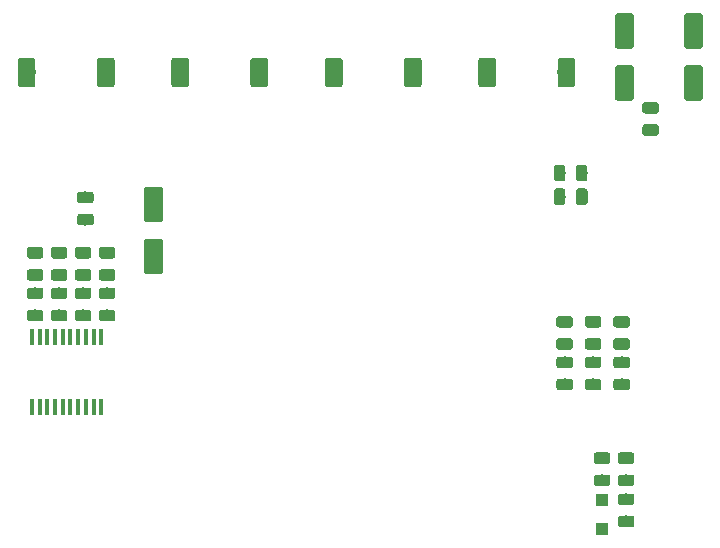
<source format=gbr>
G04 #@! TF.GenerationSoftware,KiCad,Pcbnew,(5.1.4)-1*
G04 #@! TF.CreationDate,2021-11-04T12:06:02-05:00*
G04 #@! TF.ProjectId,RascalHat,52617363-616c-4486-9174-2e6b69636164,rev?*
G04 #@! TF.SameCoordinates,Original*
G04 #@! TF.FileFunction,Paste,Top*
G04 #@! TF.FilePolarity,Positive*
%FSLAX46Y46*%
G04 Gerber Fmt 4.6, Leading zero omitted, Abs format (unit mm)*
G04 Created by KiCad (PCBNEW (5.1.4)-1) date 2021-11-04 12:06:02*
%MOMM*%
%LPD*%
G04 APERTURE LIST*
%ADD10C,0.100000*%
%ADD11C,1.500000*%
%ADD12C,0.975000*%
%ADD13C,1.600000*%
%ADD14R,0.450000X1.450000*%
%ADD15R,1.000000X1.000000*%
G04 APERTURE END LIST*
D10*
G36*
X22074053Y-9851206D02*
G01*
X22098370Y-9854813D01*
X22122216Y-9860786D01*
X22145362Y-9869068D01*
X22167585Y-9879579D01*
X22188670Y-9892217D01*
X22208416Y-9906861D01*
X22226630Y-9923370D01*
X22243139Y-9941584D01*
X22257783Y-9961330D01*
X22270421Y-9982415D01*
X22280932Y-10004638D01*
X22289214Y-10027784D01*
X22295187Y-10051630D01*
X22298794Y-10075947D01*
X22300000Y-10100500D01*
X22300000Y-12099500D01*
X22298794Y-12124053D01*
X22295187Y-12148370D01*
X22289214Y-12172216D01*
X22280932Y-12195362D01*
X22270421Y-12217585D01*
X22257783Y-12238670D01*
X22243139Y-12258416D01*
X22226630Y-12276630D01*
X22208416Y-12293139D01*
X22188670Y-12307783D01*
X22167585Y-12320421D01*
X22145362Y-12330932D01*
X22122216Y-12339214D01*
X22098370Y-12345187D01*
X22074053Y-12348794D01*
X22049500Y-12350000D01*
X21050500Y-12350000D01*
X21025947Y-12348794D01*
X21001630Y-12345187D01*
X20977784Y-12339214D01*
X20954638Y-12330932D01*
X20932415Y-12320421D01*
X20911330Y-12307783D01*
X20891584Y-12293139D01*
X20873370Y-12276630D01*
X20856861Y-12258416D01*
X20842217Y-12238670D01*
X20829579Y-12217585D01*
X20819068Y-12195362D01*
X20810786Y-12172216D01*
X20804813Y-12148370D01*
X20801206Y-12124053D01*
X20800000Y-12099500D01*
X20800000Y-10100500D01*
X20801206Y-10075947D01*
X20804813Y-10051630D01*
X20810786Y-10027784D01*
X20819068Y-10004638D01*
X20829579Y-9982415D01*
X20842217Y-9961330D01*
X20856861Y-9941584D01*
X20873370Y-9923370D01*
X20891584Y-9906861D01*
X20911330Y-9892217D01*
X20932415Y-9879579D01*
X20954638Y-9869068D01*
X20977784Y-9860786D01*
X21001630Y-9854813D01*
X21025947Y-9851206D01*
X21050500Y-9850000D01*
X22049500Y-9850000D01*
X22074053Y-9851206D01*
X22074053Y-9851206D01*
G37*
D11*
X21550000Y-11100000D03*
D10*
G36*
X28774053Y-9851206D02*
G01*
X28798370Y-9854813D01*
X28822216Y-9860786D01*
X28845362Y-9869068D01*
X28867585Y-9879579D01*
X28888670Y-9892217D01*
X28908416Y-9906861D01*
X28926630Y-9923370D01*
X28943139Y-9941584D01*
X28957783Y-9961330D01*
X28970421Y-9982415D01*
X28980932Y-10004638D01*
X28989214Y-10027784D01*
X28995187Y-10051630D01*
X28998794Y-10075947D01*
X29000000Y-10100500D01*
X29000000Y-12099500D01*
X28998794Y-12124053D01*
X28995187Y-12148370D01*
X28989214Y-12172216D01*
X28980932Y-12195362D01*
X28970421Y-12217585D01*
X28957783Y-12238670D01*
X28943139Y-12258416D01*
X28926630Y-12276630D01*
X28908416Y-12293139D01*
X28888670Y-12307783D01*
X28867585Y-12320421D01*
X28845362Y-12330932D01*
X28822216Y-12339214D01*
X28798370Y-12345187D01*
X28774053Y-12348794D01*
X28749500Y-12350000D01*
X27750500Y-12350000D01*
X27725947Y-12348794D01*
X27701630Y-12345187D01*
X27677784Y-12339214D01*
X27654638Y-12330932D01*
X27632415Y-12320421D01*
X27611330Y-12307783D01*
X27591584Y-12293139D01*
X27573370Y-12276630D01*
X27556861Y-12258416D01*
X27542217Y-12238670D01*
X27529579Y-12217585D01*
X27519068Y-12195362D01*
X27510786Y-12172216D01*
X27504813Y-12148370D01*
X27501206Y-12124053D01*
X27500000Y-12099500D01*
X27500000Y-10100500D01*
X27501206Y-10075947D01*
X27504813Y-10051630D01*
X27510786Y-10027784D01*
X27519068Y-10004638D01*
X27529579Y-9982415D01*
X27542217Y-9961330D01*
X27556861Y-9941584D01*
X27573370Y-9923370D01*
X27591584Y-9906861D01*
X27611330Y-9892217D01*
X27632415Y-9879579D01*
X27654638Y-9869068D01*
X27677784Y-9860786D01*
X27701630Y-9854813D01*
X27725947Y-9851206D01*
X27750500Y-9850000D01*
X28749500Y-9850000D01*
X28774053Y-9851206D01*
X28774053Y-9851206D01*
G37*
D11*
X28250000Y-11100000D03*
D10*
G36*
X61870142Y-15481174D02*
G01*
X61893803Y-15484684D01*
X61917007Y-15490496D01*
X61939529Y-15498554D01*
X61961153Y-15508782D01*
X61981670Y-15521079D01*
X62000883Y-15535329D01*
X62018607Y-15551393D01*
X62034671Y-15569117D01*
X62048921Y-15588330D01*
X62061218Y-15608847D01*
X62071446Y-15630471D01*
X62079504Y-15652993D01*
X62085316Y-15676197D01*
X62088826Y-15699858D01*
X62090000Y-15723750D01*
X62090000Y-16211250D01*
X62088826Y-16235142D01*
X62085316Y-16258803D01*
X62079504Y-16282007D01*
X62071446Y-16304529D01*
X62061218Y-16326153D01*
X62048921Y-16346670D01*
X62034671Y-16365883D01*
X62018607Y-16383607D01*
X62000883Y-16399671D01*
X61981670Y-16413921D01*
X61961153Y-16426218D01*
X61939529Y-16436446D01*
X61917007Y-16444504D01*
X61893803Y-16450316D01*
X61870142Y-16453826D01*
X61846250Y-16455000D01*
X60933750Y-16455000D01*
X60909858Y-16453826D01*
X60886197Y-16450316D01*
X60862993Y-16444504D01*
X60840471Y-16436446D01*
X60818847Y-16426218D01*
X60798330Y-16413921D01*
X60779117Y-16399671D01*
X60761393Y-16383607D01*
X60745329Y-16365883D01*
X60731079Y-16346670D01*
X60718782Y-16326153D01*
X60708554Y-16304529D01*
X60700496Y-16282007D01*
X60694684Y-16258803D01*
X60691174Y-16235142D01*
X60690000Y-16211250D01*
X60690000Y-15723750D01*
X60691174Y-15699858D01*
X60694684Y-15676197D01*
X60700496Y-15652993D01*
X60708554Y-15630471D01*
X60718782Y-15608847D01*
X60731079Y-15588330D01*
X60745329Y-15569117D01*
X60761393Y-15551393D01*
X60779117Y-15535329D01*
X60798330Y-15521079D01*
X60818847Y-15508782D01*
X60840471Y-15498554D01*
X60862993Y-15490496D01*
X60886197Y-15484684D01*
X60909858Y-15481174D01*
X60933750Y-15480000D01*
X61846250Y-15480000D01*
X61870142Y-15481174D01*
X61870142Y-15481174D01*
G37*
D12*
X61390000Y-15967500D03*
D10*
G36*
X61870142Y-13606174D02*
G01*
X61893803Y-13609684D01*
X61917007Y-13615496D01*
X61939529Y-13623554D01*
X61961153Y-13633782D01*
X61981670Y-13646079D01*
X62000883Y-13660329D01*
X62018607Y-13676393D01*
X62034671Y-13694117D01*
X62048921Y-13713330D01*
X62061218Y-13733847D01*
X62071446Y-13755471D01*
X62079504Y-13777993D01*
X62085316Y-13801197D01*
X62088826Y-13824858D01*
X62090000Y-13848750D01*
X62090000Y-14336250D01*
X62088826Y-14360142D01*
X62085316Y-14383803D01*
X62079504Y-14407007D01*
X62071446Y-14429529D01*
X62061218Y-14451153D01*
X62048921Y-14471670D01*
X62034671Y-14490883D01*
X62018607Y-14508607D01*
X62000883Y-14524671D01*
X61981670Y-14538921D01*
X61961153Y-14551218D01*
X61939529Y-14561446D01*
X61917007Y-14569504D01*
X61893803Y-14575316D01*
X61870142Y-14578826D01*
X61846250Y-14580000D01*
X60933750Y-14580000D01*
X60909858Y-14578826D01*
X60886197Y-14575316D01*
X60862993Y-14569504D01*
X60840471Y-14561446D01*
X60818847Y-14551218D01*
X60798330Y-14538921D01*
X60779117Y-14524671D01*
X60761393Y-14508607D01*
X60745329Y-14490883D01*
X60731079Y-14471670D01*
X60718782Y-14451153D01*
X60708554Y-14429529D01*
X60700496Y-14407007D01*
X60694684Y-14383803D01*
X60691174Y-14360142D01*
X60690000Y-14336250D01*
X60690000Y-13848750D01*
X60691174Y-13824858D01*
X60694684Y-13801197D01*
X60700496Y-13777993D01*
X60708554Y-13755471D01*
X60718782Y-13733847D01*
X60731079Y-13713330D01*
X60745329Y-13694117D01*
X60761393Y-13676393D01*
X60779117Y-13660329D01*
X60798330Y-13646079D01*
X60818847Y-13633782D01*
X60840471Y-13623554D01*
X60862993Y-13615496D01*
X60886197Y-13609684D01*
X60909858Y-13606174D01*
X60933750Y-13605000D01*
X61846250Y-13605000D01*
X61870142Y-13606174D01*
X61870142Y-13606174D01*
G37*
D12*
X61390000Y-14092500D03*
D10*
G36*
X65584504Y-6091204D02*
G01*
X65608773Y-6094804D01*
X65632571Y-6100765D01*
X65655671Y-6109030D01*
X65677849Y-6119520D01*
X65698893Y-6132133D01*
X65718598Y-6146747D01*
X65736777Y-6163223D01*
X65753253Y-6181402D01*
X65767867Y-6201107D01*
X65780480Y-6222151D01*
X65790970Y-6244329D01*
X65799235Y-6267429D01*
X65805196Y-6291227D01*
X65808796Y-6315496D01*
X65810000Y-6340000D01*
X65810000Y-8840000D01*
X65808796Y-8864504D01*
X65805196Y-8888773D01*
X65799235Y-8912571D01*
X65790970Y-8935671D01*
X65780480Y-8957849D01*
X65767867Y-8978893D01*
X65753253Y-8998598D01*
X65736777Y-9016777D01*
X65718598Y-9033253D01*
X65698893Y-9047867D01*
X65677849Y-9060480D01*
X65655671Y-9070970D01*
X65632571Y-9079235D01*
X65608773Y-9085196D01*
X65584504Y-9088796D01*
X65560000Y-9090000D01*
X64460000Y-9090000D01*
X64435496Y-9088796D01*
X64411227Y-9085196D01*
X64387429Y-9079235D01*
X64364329Y-9070970D01*
X64342151Y-9060480D01*
X64321107Y-9047867D01*
X64301402Y-9033253D01*
X64283223Y-9016777D01*
X64266747Y-8998598D01*
X64252133Y-8978893D01*
X64239520Y-8957849D01*
X64229030Y-8935671D01*
X64220765Y-8912571D01*
X64214804Y-8888773D01*
X64211204Y-8864504D01*
X64210000Y-8840000D01*
X64210000Y-6340000D01*
X64211204Y-6315496D01*
X64214804Y-6291227D01*
X64220765Y-6267429D01*
X64229030Y-6244329D01*
X64239520Y-6222151D01*
X64252133Y-6201107D01*
X64266747Y-6181402D01*
X64283223Y-6163223D01*
X64301402Y-6146747D01*
X64321107Y-6132133D01*
X64342151Y-6119520D01*
X64364329Y-6109030D01*
X64387429Y-6100765D01*
X64411227Y-6094804D01*
X64435496Y-6091204D01*
X64460000Y-6090000D01*
X65560000Y-6090000D01*
X65584504Y-6091204D01*
X65584504Y-6091204D01*
G37*
D13*
X65010000Y-7590000D03*
D10*
G36*
X65584504Y-10491204D02*
G01*
X65608773Y-10494804D01*
X65632571Y-10500765D01*
X65655671Y-10509030D01*
X65677849Y-10519520D01*
X65698893Y-10532133D01*
X65718598Y-10546747D01*
X65736777Y-10563223D01*
X65753253Y-10581402D01*
X65767867Y-10601107D01*
X65780480Y-10622151D01*
X65790970Y-10644329D01*
X65799235Y-10667429D01*
X65805196Y-10691227D01*
X65808796Y-10715496D01*
X65810000Y-10740000D01*
X65810000Y-13240000D01*
X65808796Y-13264504D01*
X65805196Y-13288773D01*
X65799235Y-13312571D01*
X65790970Y-13335671D01*
X65780480Y-13357849D01*
X65767867Y-13378893D01*
X65753253Y-13398598D01*
X65736777Y-13416777D01*
X65718598Y-13433253D01*
X65698893Y-13447867D01*
X65677849Y-13460480D01*
X65655671Y-13470970D01*
X65632571Y-13479235D01*
X65608773Y-13485196D01*
X65584504Y-13488796D01*
X65560000Y-13490000D01*
X64460000Y-13490000D01*
X64435496Y-13488796D01*
X64411227Y-13485196D01*
X64387429Y-13479235D01*
X64364329Y-13470970D01*
X64342151Y-13460480D01*
X64321107Y-13447867D01*
X64301402Y-13433253D01*
X64283223Y-13416777D01*
X64266747Y-13398598D01*
X64252133Y-13378893D01*
X64239520Y-13357849D01*
X64229030Y-13335671D01*
X64220765Y-13312571D01*
X64214804Y-13288773D01*
X64211204Y-13264504D01*
X64210000Y-13240000D01*
X64210000Y-10740000D01*
X64211204Y-10715496D01*
X64214804Y-10691227D01*
X64220765Y-10667429D01*
X64229030Y-10644329D01*
X64239520Y-10622151D01*
X64252133Y-10601107D01*
X64266747Y-10581402D01*
X64283223Y-10563223D01*
X64301402Y-10546747D01*
X64321107Y-10532133D01*
X64342151Y-10519520D01*
X64364329Y-10509030D01*
X64387429Y-10500765D01*
X64411227Y-10494804D01*
X64435496Y-10491204D01*
X64460000Y-10490000D01*
X65560000Y-10490000D01*
X65584504Y-10491204D01*
X65584504Y-10491204D01*
G37*
D13*
X65010000Y-11990000D03*
D10*
G36*
X14010142Y-23071174D02*
G01*
X14033803Y-23074684D01*
X14057007Y-23080496D01*
X14079529Y-23088554D01*
X14101153Y-23098782D01*
X14121670Y-23111079D01*
X14140883Y-23125329D01*
X14158607Y-23141393D01*
X14174671Y-23159117D01*
X14188921Y-23178330D01*
X14201218Y-23198847D01*
X14211446Y-23220471D01*
X14219504Y-23242993D01*
X14225316Y-23266197D01*
X14228826Y-23289858D01*
X14230000Y-23313750D01*
X14230000Y-23801250D01*
X14228826Y-23825142D01*
X14225316Y-23848803D01*
X14219504Y-23872007D01*
X14211446Y-23894529D01*
X14201218Y-23916153D01*
X14188921Y-23936670D01*
X14174671Y-23955883D01*
X14158607Y-23973607D01*
X14140883Y-23989671D01*
X14121670Y-24003921D01*
X14101153Y-24016218D01*
X14079529Y-24026446D01*
X14057007Y-24034504D01*
X14033803Y-24040316D01*
X14010142Y-24043826D01*
X13986250Y-24045000D01*
X13073750Y-24045000D01*
X13049858Y-24043826D01*
X13026197Y-24040316D01*
X13002993Y-24034504D01*
X12980471Y-24026446D01*
X12958847Y-24016218D01*
X12938330Y-24003921D01*
X12919117Y-23989671D01*
X12901393Y-23973607D01*
X12885329Y-23955883D01*
X12871079Y-23936670D01*
X12858782Y-23916153D01*
X12848554Y-23894529D01*
X12840496Y-23872007D01*
X12834684Y-23848803D01*
X12831174Y-23825142D01*
X12830000Y-23801250D01*
X12830000Y-23313750D01*
X12831174Y-23289858D01*
X12834684Y-23266197D01*
X12840496Y-23242993D01*
X12848554Y-23220471D01*
X12858782Y-23198847D01*
X12871079Y-23178330D01*
X12885329Y-23159117D01*
X12901393Y-23141393D01*
X12919117Y-23125329D01*
X12938330Y-23111079D01*
X12958847Y-23098782D01*
X12980471Y-23088554D01*
X13002993Y-23080496D01*
X13026197Y-23074684D01*
X13049858Y-23071174D01*
X13073750Y-23070000D01*
X13986250Y-23070000D01*
X14010142Y-23071174D01*
X14010142Y-23071174D01*
G37*
D12*
X13530000Y-23557500D03*
D10*
G36*
X14010142Y-21196174D02*
G01*
X14033803Y-21199684D01*
X14057007Y-21205496D01*
X14079529Y-21213554D01*
X14101153Y-21223782D01*
X14121670Y-21236079D01*
X14140883Y-21250329D01*
X14158607Y-21266393D01*
X14174671Y-21284117D01*
X14188921Y-21303330D01*
X14201218Y-21323847D01*
X14211446Y-21345471D01*
X14219504Y-21367993D01*
X14225316Y-21391197D01*
X14228826Y-21414858D01*
X14230000Y-21438750D01*
X14230000Y-21926250D01*
X14228826Y-21950142D01*
X14225316Y-21973803D01*
X14219504Y-21997007D01*
X14211446Y-22019529D01*
X14201218Y-22041153D01*
X14188921Y-22061670D01*
X14174671Y-22080883D01*
X14158607Y-22098607D01*
X14140883Y-22114671D01*
X14121670Y-22128921D01*
X14101153Y-22141218D01*
X14079529Y-22151446D01*
X14057007Y-22159504D01*
X14033803Y-22165316D01*
X14010142Y-22168826D01*
X13986250Y-22170000D01*
X13073750Y-22170000D01*
X13049858Y-22168826D01*
X13026197Y-22165316D01*
X13002993Y-22159504D01*
X12980471Y-22151446D01*
X12958847Y-22141218D01*
X12938330Y-22128921D01*
X12919117Y-22114671D01*
X12901393Y-22098607D01*
X12885329Y-22080883D01*
X12871079Y-22061670D01*
X12858782Y-22041153D01*
X12848554Y-22019529D01*
X12840496Y-21997007D01*
X12834684Y-21973803D01*
X12831174Y-21950142D01*
X12830000Y-21926250D01*
X12830000Y-21438750D01*
X12831174Y-21414858D01*
X12834684Y-21391197D01*
X12840496Y-21367993D01*
X12848554Y-21345471D01*
X12858782Y-21323847D01*
X12871079Y-21303330D01*
X12885329Y-21284117D01*
X12901393Y-21266393D01*
X12919117Y-21250329D01*
X12938330Y-21236079D01*
X12958847Y-21223782D01*
X12980471Y-21213554D01*
X13002993Y-21205496D01*
X13026197Y-21199684D01*
X13049858Y-21196174D01*
X13073750Y-21195000D01*
X13986250Y-21195000D01*
X14010142Y-21196174D01*
X14010142Y-21196174D01*
G37*
D12*
X13530000Y-21682500D03*
D10*
G36*
X59734504Y-6091204D02*
G01*
X59758773Y-6094804D01*
X59782571Y-6100765D01*
X59805671Y-6109030D01*
X59827849Y-6119520D01*
X59848893Y-6132133D01*
X59868598Y-6146747D01*
X59886777Y-6163223D01*
X59903253Y-6181402D01*
X59917867Y-6201107D01*
X59930480Y-6222151D01*
X59940970Y-6244329D01*
X59949235Y-6267429D01*
X59955196Y-6291227D01*
X59958796Y-6315496D01*
X59960000Y-6340000D01*
X59960000Y-8840000D01*
X59958796Y-8864504D01*
X59955196Y-8888773D01*
X59949235Y-8912571D01*
X59940970Y-8935671D01*
X59930480Y-8957849D01*
X59917867Y-8978893D01*
X59903253Y-8998598D01*
X59886777Y-9016777D01*
X59868598Y-9033253D01*
X59848893Y-9047867D01*
X59827849Y-9060480D01*
X59805671Y-9070970D01*
X59782571Y-9079235D01*
X59758773Y-9085196D01*
X59734504Y-9088796D01*
X59710000Y-9090000D01*
X58610000Y-9090000D01*
X58585496Y-9088796D01*
X58561227Y-9085196D01*
X58537429Y-9079235D01*
X58514329Y-9070970D01*
X58492151Y-9060480D01*
X58471107Y-9047867D01*
X58451402Y-9033253D01*
X58433223Y-9016777D01*
X58416747Y-8998598D01*
X58402133Y-8978893D01*
X58389520Y-8957849D01*
X58379030Y-8935671D01*
X58370765Y-8912571D01*
X58364804Y-8888773D01*
X58361204Y-8864504D01*
X58360000Y-8840000D01*
X58360000Y-6340000D01*
X58361204Y-6315496D01*
X58364804Y-6291227D01*
X58370765Y-6267429D01*
X58379030Y-6244329D01*
X58389520Y-6222151D01*
X58402133Y-6201107D01*
X58416747Y-6181402D01*
X58433223Y-6163223D01*
X58451402Y-6146747D01*
X58471107Y-6132133D01*
X58492151Y-6119520D01*
X58514329Y-6109030D01*
X58537429Y-6100765D01*
X58561227Y-6094804D01*
X58585496Y-6091204D01*
X58610000Y-6090000D01*
X59710000Y-6090000D01*
X59734504Y-6091204D01*
X59734504Y-6091204D01*
G37*
D13*
X59160000Y-7590000D03*
D10*
G36*
X59734504Y-10491204D02*
G01*
X59758773Y-10494804D01*
X59782571Y-10500765D01*
X59805671Y-10509030D01*
X59827849Y-10519520D01*
X59848893Y-10532133D01*
X59868598Y-10546747D01*
X59886777Y-10563223D01*
X59903253Y-10581402D01*
X59917867Y-10601107D01*
X59930480Y-10622151D01*
X59940970Y-10644329D01*
X59949235Y-10667429D01*
X59955196Y-10691227D01*
X59958796Y-10715496D01*
X59960000Y-10740000D01*
X59960000Y-13240000D01*
X59958796Y-13264504D01*
X59955196Y-13288773D01*
X59949235Y-13312571D01*
X59940970Y-13335671D01*
X59930480Y-13357849D01*
X59917867Y-13378893D01*
X59903253Y-13398598D01*
X59886777Y-13416777D01*
X59868598Y-13433253D01*
X59848893Y-13447867D01*
X59827849Y-13460480D01*
X59805671Y-13470970D01*
X59782571Y-13479235D01*
X59758773Y-13485196D01*
X59734504Y-13488796D01*
X59710000Y-13490000D01*
X58610000Y-13490000D01*
X58585496Y-13488796D01*
X58561227Y-13485196D01*
X58537429Y-13479235D01*
X58514329Y-13470970D01*
X58492151Y-13460480D01*
X58471107Y-13447867D01*
X58451402Y-13433253D01*
X58433223Y-13416777D01*
X58416747Y-13398598D01*
X58402133Y-13378893D01*
X58389520Y-13357849D01*
X58379030Y-13335671D01*
X58370765Y-13312571D01*
X58364804Y-13288773D01*
X58361204Y-13264504D01*
X58360000Y-13240000D01*
X58360000Y-10740000D01*
X58361204Y-10715496D01*
X58364804Y-10691227D01*
X58370765Y-10667429D01*
X58379030Y-10644329D01*
X58389520Y-10622151D01*
X58402133Y-10601107D01*
X58416747Y-10581402D01*
X58433223Y-10563223D01*
X58451402Y-10546747D01*
X58471107Y-10532133D01*
X58492151Y-10519520D01*
X58514329Y-10509030D01*
X58537429Y-10500765D01*
X58561227Y-10494804D01*
X58585496Y-10491204D01*
X58610000Y-10490000D01*
X59710000Y-10490000D01*
X59734504Y-10491204D01*
X59734504Y-10491204D01*
G37*
D13*
X59160000Y-11990000D03*
D10*
G36*
X19874504Y-20761204D02*
G01*
X19898773Y-20764804D01*
X19922571Y-20770765D01*
X19945671Y-20779030D01*
X19967849Y-20789520D01*
X19988893Y-20802133D01*
X20008598Y-20816747D01*
X20026777Y-20833223D01*
X20043253Y-20851402D01*
X20057867Y-20871107D01*
X20070480Y-20892151D01*
X20080970Y-20914329D01*
X20089235Y-20937429D01*
X20095196Y-20961227D01*
X20098796Y-20985496D01*
X20100000Y-21010000D01*
X20100000Y-23510000D01*
X20098796Y-23534504D01*
X20095196Y-23558773D01*
X20089235Y-23582571D01*
X20080970Y-23605671D01*
X20070480Y-23627849D01*
X20057867Y-23648893D01*
X20043253Y-23668598D01*
X20026777Y-23686777D01*
X20008598Y-23703253D01*
X19988893Y-23717867D01*
X19967849Y-23730480D01*
X19945671Y-23740970D01*
X19922571Y-23749235D01*
X19898773Y-23755196D01*
X19874504Y-23758796D01*
X19850000Y-23760000D01*
X18750000Y-23760000D01*
X18725496Y-23758796D01*
X18701227Y-23755196D01*
X18677429Y-23749235D01*
X18654329Y-23740970D01*
X18632151Y-23730480D01*
X18611107Y-23717867D01*
X18591402Y-23703253D01*
X18573223Y-23686777D01*
X18556747Y-23668598D01*
X18542133Y-23648893D01*
X18529520Y-23627849D01*
X18519030Y-23605671D01*
X18510765Y-23582571D01*
X18504804Y-23558773D01*
X18501204Y-23534504D01*
X18500000Y-23510000D01*
X18500000Y-21010000D01*
X18501204Y-20985496D01*
X18504804Y-20961227D01*
X18510765Y-20937429D01*
X18519030Y-20914329D01*
X18529520Y-20892151D01*
X18542133Y-20871107D01*
X18556747Y-20851402D01*
X18573223Y-20833223D01*
X18591402Y-20816747D01*
X18611107Y-20802133D01*
X18632151Y-20789520D01*
X18654329Y-20779030D01*
X18677429Y-20770765D01*
X18701227Y-20764804D01*
X18725496Y-20761204D01*
X18750000Y-20760000D01*
X19850000Y-20760000D01*
X19874504Y-20761204D01*
X19874504Y-20761204D01*
G37*
D13*
X19300000Y-22260000D03*
D10*
G36*
X19874504Y-25161204D02*
G01*
X19898773Y-25164804D01*
X19922571Y-25170765D01*
X19945671Y-25179030D01*
X19967849Y-25189520D01*
X19988893Y-25202133D01*
X20008598Y-25216747D01*
X20026777Y-25233223D01*
X20043253Y-25251402D01*
X20057867Y-25271107D01*
X20070480Y-25292151D01*
X20080970Y-25314329D01*
X20089235Y-25337429D01*
X20095196Y-25361227D01*
X20098796Y-25385496D01*
X20100000Y-25410000D01*
X20100000Y-27910000D01*
X20098796Y-27934504D01*
X20095196Y-27958773D01*
X20089235Y-27982571D01*
X20080970Y-28005671D01*
X20070480Y-28027849D01*
X20057867Y-28048893D01*
X20043253Y-28068598D01*
X20026777Y-28086777D01*
X20008598Y-28103253D01*
X19988893Y-28117867D01*
X19967849Y-28130480D01*
X19945671Y-28140970D01*
X19922571Y-28149235D01*
X19898773Y-28155196D01*
X19874504Y-28158796D01*
X19850000Y-28160000D01*
X18750000Y-28160000D01*
X18725496Y-28158796D01*
X18701227Y-28155196D01*
X18677429Y-28149235D01*
X18654329Y-28140970D01*
X18632151Y-28130480D01*
X18611107Y-28117867D01*
X18591402Y-28103253D01*
X18573223Y-28086777D01*
X18556747Y-28068598D01*
X18542133Y-28048893D01*
X18529520Y-28027849D01*
X18519030Y-28005671D01*
X18510765Y-27982571D01*
X18504804Y-27958773D01*
X18501204Y-27934504D01*
X18500000Y-27910000D01*
X18500000Y-25410000D01*
X18501204Y-25385496D01*
X18504804Y-25361227D01*
X18510765Y-25337429D01*
X18519030Y-25314329D01*
X18529520Y-25292151D01*
X18542133Y-25271107D01*
X18556747Y-25251402D01*
X18573223Y-25233223D01*
X18591402Y-25216747D01*
X18611107Y-25202133D01*
X18632151Y-25189520D01*
X18654329Y-25179030D01*
X18677429Y-25170765D01*
X18701227Y-25164804D01*
X18725496Y-25161204D01*
X18750000Y-25160000D01*
X19850000Y-25160000D01*
X19874504Y-25161204D01*
X19874504Y-25161204D01*
G37*
D13*
X19300000Y-26660000D03*
D10*
G36*
X9074053Y-9851206D02*
G01*
X9098370Y-9854813D01*
X9122216Y-9860786D01*
X9145362Y-9869068D01*
X9167585Y-9879579D01*
X9188670Y-9892217D01*
X9208416Y-9906861D01*
X9226630Y-9923370D01*
X9243139Y-9941584D01*
X9257783Y-9961330D01*
X9270421Y-9982415D01*
X9280932Y-10004638D01*
X9289214Y-10027784D01*
X9295187Y-10051630D01*
X9298794Y-10075947D01*
X9300000Y-10100500D01*
X9300000Y-12099500D01*
X9298794Y-12124053D01*
X9295187Y-12148370D01*
X9289214Y-12172216D01*
X9280932Y-12195362D01*
X9270421Y-12217585D01*
X9257783Y-12238670D01*
X9243139Y-12258416D01*
X9226630Y-12276630D01*
X9208416Y-12293139D01*
X9188670Y-12307783D01*
X9167585Y-12320421D01*
X9145362Y-12330932D01*
X9122216Y-12339214D01*
X9098370Y-12345187D01*
X9074053Y-12348794D01*
X9049500Y-12350000D01*
X8050500Y-12350000D01*
X8025947Y-12348794D01*
X8001630Y-12345187D01*
X7977784Y-12339214D01*
X7954638Y-12330932D01*
X7932415Y-12320421D01*
X7911330Y-12307783D01*
X7891584Y-12293139D01*
X7873370Y-12276630D01*
X7856861Y-12258416D01*
X7842217Y-12238670D01*
X7829579Y-12217585D01*
X7819068Y-12195362D01*
X7810786Y-12172216D01*
X7804813Y-12148370D01*
X7801206Y-12124053D01*
X7800000Y-12099500D01*
X7800000Y-10100500D01*
X7801206Y-10075947D01*
X7804813Y-10051630D01*
X7810786Y-10027784D01*
X7819068Y-10004638D01*
X7829579Y-9982415D01*
X7842217Y-9961330D01*
X7856861Y-9941584D01*
X7873370Y-9923370D01*
X7891584Y-9906861D01*
X7911330Y-9892217D01*
X7932415Y-9879579D01*
X7954638Y-9869068D01*
X7977784Y-9860786D01*
X8001630Y-9854813D01*
X8025947Y-9851206D01*
X8050500Y-9850000D01*
X9049500Y-9850000D01*
X9074053Y-9851206D01*
X9074053Y-9851206D01*
G37*
D11*
X8550000Y-11100000D03*
D10*
G36*
X15774053Y-9851206D02*
G01*
X15798370Y-9854813D01*
X15822216Y-9860786D01*
X15845362Y-9869068D01*
X15867585Y-9879579D01*
X15888670Y-9892217D01*
X15908416Y-9906861D01*
X15926630Y-9923370D01*
X15943139Y-9941584D01*
X15957783Y-9961330D01*
X15970421Y-9982415D01*
X15980932Y-10004638D01*
X15989214Y-10027784D01*
X15995187Y-10051630D01*
X15998794Y-10075947D01*
X16000000Y-10100500D01*
X16000000Y-12099500D01*
X15998794Y-12124053D01*
X15995187Y-12148370D01*
X15989214Y-12172216D01*
X15980932Y-12195362D01*
X15970421Y-12217585D01*
X15957783Y-12238670D01*
X15943139Y-12258416D01*
X15926630Y-12276630D01*
X15908416Y-12293139D01*
X15888670Y-12307783D01*
X15867585Y-12320421D01*
X15845362Y-12330932D01*
X15822216Y-12339214D01*
X15798370Y-12345187D01*
X15774053Y-12348794D01*
X15749500Y-12350000D01*
X14750500Y-12350000D01*
X14725947Y-12348794D01*
X14701630Y-12345187D01*
X14677784Y-12339214D01*
X14654638Y-12330932D01*
X14632415Y-12320421D01*
X14611330Y-12307783D01*
X14591584Y-12293139D01*
X14573370Y-12276630D01*
X14556861Y-12258416D01*
X14542217Y-12238670D01*
X14529579Y-12217585D01*
X14519068Y-12195362D01*
X14510786Y-12172216D01*
X14504813Y-12148370D01*
X14501206Y-12124053D01*
X14500000Y-12099500D01*
X14500000Y-10100500D01*
X14501206Y-10075947D01*
X14504813Y-10051630D01*
X14510786Y-10027784D01*
X14519068Y-10004638D01*
X14529579Y-9982415D01*
X14542217Y-9961330D01*
X14556861Y-9941584D01*
X14573370Y-9923370D01*
X14591584Y-9906861D01*
X14611330Y-9892217D01*
X14632415Y-9879579D01*
X14654638Y-9869068D01*
X14677784Y-9860786D01*
X14701630Y-9854813D01*
X14725947Y-9851206D01*
X14750500Y-9850000D01*
X15749500Y-9850000D01*
X15774053Y-9851206D01*
X15774053Y-9851206D01*
G37*
D11*
X15250000Y-11100000D03*
D14*
X14863000Y-39399000D03*
X14213000Y-39399000D03*
X13563000Y-39399000D03*
X12913000Y-39399000D03*
X12263000Y-39399000D03*
X11613000Y-39399000D03*
X10963000Y-39399000D03*
X10313000Y-39399000D03*
X9663000Y-39399000D03*
X9013000Y-39399000D03*
X9013000Y-33499000D03*
X9663000Y-33499000D03*
X10313000Y-33499000D03*
X10963000Y-33499000D03*
X11613000Y-33499000D03*
X12263000Y-33499000D03*
X12913000Y-33499000D03*
X13563000Y-33499000D03*
X14213000Y-33499000D03*
X14863000Y-33499000D03*
D10*
G36*
X54582142Y-31723174D02*
G01*
X54605803Y-31726684D01*
X54629007Y-31732496D01*
X54651529Y-31740554D01*
X54673153Y-31750782D01*
X54693670Y-31763079D01*
X54712883Y-31777329D01*
X54730607Y-31793393D01*
X54746671Y-31811117D01*
X54760921Y-31830330D01*
X54773218Y-31850847D01*
X54783446Y-31872471D01*
X54791504Y-31894993D01*
X54797316Y-31918197D01*
X54800826Y-31941858D01*
X54802000Y-31965750D01*
X54802000Y-32453250D01*
X54800826Y-32477142D01*
X54797316Y-32500803D01*
X54791504Y-32524007D01*
X54783446Y-32546529D01*
X54773218Y-32568153D01*
X54760921Y-32588670D01*
X54746671Y-32607883D01*
X54730607Y-32625607D01*
X54712883Y-32641671D01*
X54693670Y-32655921D01*
X54673153Y-32668218D01*
X54651529Y-32678446D01*
X54629007Y-32686504D01*
X54605803Y-32692316D01*
X54582142Y-32695826D01*
X54558250Y-32697000D01*
X53645750Y-32697000D01*
X53621858Y-32695826D01*
X53598197Y-32692316D01*
X53574993Y-32686504D01*
X53552471Y-32678446D01*
X53530847Y-32668218D01*
X53510330Y-32655921D01*
X53491117Y-32641671D01*
X53473393Y-32625607D01*
X53457329Y-32607883D01*
X53443079Y-32588670D01*
X53430782Y-32568153D01*
X53420554Y-32546529D01*
X53412496Y-32524007D01*
X53406684Y-32500803D01*
X53403174Y-32477142D01*
X53402000Y-32453250D01*
X53402000Y-31965750D01*
X53403174Y-31941858D01*
X53406684Y-31918197D01*
X53412496Y-31894993D01*
X53420554Y-31872471D01*
X53430782Y-31850847D01*
X53443079Y-31830330D01*
X53457329Y-31811117D01*
X53473393Y-31793393D01*
X53491117Y-31777329D01*
X53510330Y-31763079D01*
X53530847Y-31750782D01*
X53552471Y-31740554D01*
X53574993Y-31732496D01*
X53598197Y-31726684D01*
X53621858Y-31723174D01*
X53645750Y-31722000D01*
X54558250Y-31722000D01*
X54582142Y-31723174D01*
X54582142Y-31723174D01*
G37*
D12*
X54102000Y-32209500D03*
D10*
G36*
X54582142Y-33598174D02*
G01*
X54605803Y-33601684D01*
X54629007Y-33607496D01*
X54651529Y-33615554D01*
X54673153Y-33625782D01*
X54693670Y-33638079D01*
X54712883Y-33652329D01*
X54730607Y-33668393D01*
X54746671Y-33686117D01*
X54760921Y-33705330D01*
X54773218Y-33725847D01*
X54783446Y-33747471D01*
X54791504Y-33769993D01*
X54797316Y-33793197D01*
X54800826Y-33816858D01*
X54802000Y-33840750D01*
X54802000Y-34328250D01*
X54800826Y-34352142D01*
X54797316Y-34375803D01*
X54791504Y-34399007D01*
X54783446Y-34421529D01*
X54773218Y-34443153D01*
X54760921Y-34463670D01*
X54746671Y-34482883D01*
X54730607Y-34500607D01*
X54712883Y-34516671D01*
X54693670Y-34530921D01*
X54673153Y-34543218D01*
X54651529Y-34553446D01*
X54629007Y-34561504D01*
X54605803Y-34567316D01*
X54582142Y-34570826D01*
X54558250Y-34572000D01*
X53645750Y-34572000D01*
X53621858Y-34570826D01*
X53598197Y-34567316D01*
X53574993Y-34561504D01*
X53552471Y-34553446D01*
X53530847Y-34543218D01*
X53510330Y-34530921D01*
X53491117Y-34516671D01*
X53473393Y-34500607D01*
X53457329Y-34482883D01*
X53443079Y-34463670D01*
X53430782Y-34443153D01*
X53420554Y-34421529D01*
X53412496Y-34399007D01*
X53406684Y-34375803D01*
X53403174Y-34352142D01*
X53402000Y-34328250D01*
X53402000Y-33840750D01*
X53403174Y-33816858D01*
X53406684Y-33793197D01*
X53412496Y-33769993D01*
X53420554Y-33747471D01*
X53430782Y-33725847D01*
X53443079Y-33705330D01*
X53457329Y-33686117D01*
X53473393Y-33668393D01*
X53491117Y-33652329D01*
X53510330Y-33638079D01*
X53530847Y-33625782D01*
X53552471Y-33615554D01*
X53574993Y-33607496D01*
X53598197Y-33601684D01*
X53621858Y-33598174D01*
X53645750Y-33597000D01*
X54558250Y-33597000D01*
X54582142Y-33598174D01*
X54582142Y-33598174D01*
G37*
D12*
X54102000Y-34084500D03*
D10*
G36*
X56995142Y-31723174D02*
G01*
X57018803Y-31726684D01*
X57042007Y-31732496D01*
X57064529Y-31740554D01*
X57086153Y-31750782D01*
X57106670Y-31763079D01*
X57125883Y-31777329D01*
X57143607Y-31793393D01*
X57159671Y-31811117D01*
X57173921Y-31830330D01*
X57186218Y-31850847D01*
X57196446Y-31872471D01*
X57204504Y-31894993D01*
X57210316Y-31918197D01*
X57213826Y-31941858D01*
X57215000Y-31965750D01*
X57215000Y-32453250D01*
X57213826Y-32477142D01*
X57210316Y-32500803D01*
X57204504Y-32524007D01*
X57196446Y-32546529D01*
X57186218Y-32568153D01*
X57173921Y-32588670D01*
X57159671Y-32607883D01*
X57143607Y-32625607D01*
X57125883Y-32641671D01*
X57106670Y-32655921D01*
X57086153Y-32668218D01*
X57064529Y-32678446D01*
X57042007Y-32686504D01*
X57018803Y-32692316D01*
X56995142Y-32695826D01*
X56971250Y-32697000D01*
X56058750Y-32697000D01*
X56034858Y-32695826D01*
X56011197Y-32692316D01*
X55987993Y-32686504D01*
X55965471Y-32678446D01*
X55943847Y-32668218D01*
X55923330Y-32655921D01*
X55904117Y-32641671D01*
X55886393Y-32625607D01*
X55870329Y-32607883D01*
X55856079Y-32588670D01*
X55843782Y-32568153D01*
X55833554Y-32546529D01*
X55825496Y-32524007D01*
X55819684Y-32500803D01*
X55816174Y-32477142D01*
X55815000Y-32453250D01*
X55815000Y-31965750D01*
X55816174Y-31941858D01*
X55819684Y-31918197D01*
X55825496Y-31894993D01*
X55833554Y-31872471D01*
X55843782Y-31850847D01*
X55856079Y-31830330D01*
X55870329Y-31811117D01*
X55886393Y-31793393D01*
X55904117Y-31777329D01*
X55923330Y-31763079D01*
X55943847Y-31750782D01*
X55965471Y-31740554D01*
X55987993Y-31732496D01*
X56011197Y-31726684D01*
X56034858Y-31723174D01*
X56058750Y-31722000D01*
X56971250Y-31722000D01*
X56995142Y-31723174D01*
X56995142Y-31723174D01*
G37*
D12*
X56515000Y-32209500D03*
D10*
G36*
X56995142Y-33598174D02*
G01*
X57018803Y-33601684D01*
X57042007Y-33607496D01*
X57064529Y-33615554D01*
X57086153Y-33625782D01*
X57106670Y-33638079D01*
X57125883Y-33652329D01*
X57143607Y-33668393D01*
X57159671Y-33686117D01*
X57173921Y-33705330D01*
X57186218Y-33725847D01*
X57196446Y-33747471D01*
X57204504Y-33769993D01*
X57210316Y-33793197D01*
X57213826Y-33816858D01*
X57215000Y-33840750D01*
X57215000Y-34328250D01*
X57213826Y-34352142D01*
X57210316Y-34375803D01*
X57204504Y-34399007D01*
X57196446Y-34421529D01*
X57186218Y-34443153D01*
X57173921Y-34463670D01*
X57159671Y-34482883D01*
X57143607Y-34500607D01*
X57125883Y-34516671D01*
X57106670Y-34530921D01*
X57086153Y-34543218D01*
X57064529Y-34553446D01*
X57042007Y-34561504D01*
X57018803Y-34567316D01*
X56995142Y-34570826D01*
X56971250Y-34572000D01*
X56058750Y-34572000D01*
X56034858Y-34570826D01*
X56011197Y-34567316D01*
X55987993Y-34561504D01*
X55965471Y-34553446D01*
X55943847Y-34543218D01*
X55923330Y-34530921D01*
X55904117Y-34516671D01*
X55886393Y-34500607D01*
X55870329Y-34482883D01*
X55856079Y-34463670D01*
X55843782Y-34443153D01*
X55833554Y-34421529D01*
X55825496Y-34399007D01*
X55819684Y-34375803D01*
X55816174Y-34352142D01*
X55815000Y-34328250D01*
X55815000Y-33840750D01*
X55816174Y-33816858D01*
X55819684Y-33793197D01*
X55825496Y-33769993D01*
X55833554Y-33747471D01*
X55843782Y-33725847D01*
X55856079Y-33705330D01*
X55870329Y-33686117D01*
X55886393Y-33668393D01*
X55904117Y-33652329D01*
X55923330Y-33638079D01*
X55943847Y-33625782D01*
X55965471Y-33615554D01*
X55987993Y-33607496D01*
X56011197Y-33601684D01*
X56034858Y-33598174D01*
X56058750Y-33597000D01*
X56971250Y-33597000D01*
X56995142Y-33598174D01*
X56995142Y-33598174D01*
G37*
D12*
X56515000Y-34084500D03*
D10*
G36*
X59408142Y-31723174D02*
G01*
X59431803Y-31726684D01*
X59455007Y-31732496D01*
X59477529Y-31740554D01*
X59499153Y-31750782D01*
X59519670Y-31763079D01*
X59538883Y-31777329D01*
X59556607Y-31793393D01*
X59572671Y-31811117D01*
X59586921Y-31830330D01*
X59599218Y-31850847D01*
X59609446Y-31872471D01*
X59617504Y-31894993D01*
X59623316Y-31918197D01*
X59626826Y-31941858D01*
X59628000Y-31965750D01*
X59628000Y-32453250D01*
X59626826Y-32477142D01*
X59623316Y-32500803D01*
X59617504Y-32524007D01*
X59609446Y-32546529D01*
X59599218Y-32568153D01*
X59586921Y-32588670D01*
X59572671Y-32607883D01*
X59556607Y-32625607D01*
X59538883Y-32641671D01*
X59519670Y-32655921D01*
X59499153Y-32668218D01*
X59477529Y-32678446D01*
X59455007Y-32686504D01*
X59431803Y-32692316D01*
X59408142Y-32695826D01*
X59384250Y-32697000D01*
X58471750Y-32697000D01*
X58447858Y-32695826D01*
X58424197Y-32692316D01*
X58400993Y-32686504D01*
X58378471Y-32678446D01*
X58356847Y-32668218D01*
X58336330Y-32655921D01*
X58317117Y-32641671D01*
X58299393Y-32625607D01*
X58283329Y-32607883D01*
X58269079Y-32588670D01*
X58256782Y-32568153D01*
X58246554Y-32546529D01*
X58238496Y-32524007D01*
X58232684Y-32500803D01*
X58229174Y-32477142D01*
X58228000Y-32453250D01*
X58228000Y-31965750D01*
X58229174Y-31941858D01*
X58232684Y-31918197D01*
X58238496Y-31894993D01*
X58246554Y-31872471D01*
X58256782Y-31850847D01*
X58269079Y-31830330D01*
X58283329Y-31811117D01*
X58299393Y-31793393D01*
X58317117Y-31777329D01*
X58336330Y-31763079D01*
X58356847Y-31750782D01*
X58378471Y-31740554D01*
X58400993Y-31732496D01*
X58424197Y-31726684D01*
X58447858Y-31723174D01*
X58471750Y-31722000D01*
X59384250Y-31722000D01*
X59408142Y-31723174D01*
X59408142Y-31723174D01*
G37*
D12*
X58928000Y-32209500D03*
D10*
G36*
X59408142Y-33598174D02*
G01*
X59431803Y-33601684D01*
X59455007Y-33607496D01*
X59477529Y-33615554D01*
X59499153Y-33625782D01*
X59519670Y-33638079D01*
X59538883Y-33652329D01*
X59556607Y-33668393D01*
X59572671Y-33686117D01*
X59586921Y-33705330D01*
X59599218Y-33725847D01*
X59609446Y-33747471D01*
X59617504Y-33769993D01*
X59623316Y-33793197D01*
X59626826Y-33816858D01*
X59628000Y-33840750D01*
X59628000Y-34328250D01*
X59626826Y-34352142D01*
X59623316Y-34375803D01*
X59617504Y-34399007D01*
X59609446Y-34421529D01*
X59599218Y-34443153D01*
X59586921Y-34463670D01*
X59572671Y-34482883D01*
X59556607Y-34500607D01*
X59538883Y-34516671D01*
X59519670Y-34530921D01*
X59499153Y-34543218D01*
X59477529Y-34553446D01*
X59455007Y-34561504D01*
X59431803Y-34567316D01*
X59408142Y-34570826D01*
X59384250Y-34572000D01*
X58471750Y-34572000D01*
X58447858Y-34570826D01*
X58424197Y-34567316D01*
X58400993Y-34561504D01*
X58378471Y-34553446D01*
X58356847Y-34543218D01*
X58336330Y-34530921D01*
X58317117Y-34516671D01*
X58299393Y-34500607D01*
X58283329Y-34482883D01*
X58269079Y-34463670D01*
X58256782Y-34443153D01*
X58246554Y-34421529D01*
X58238496Y-34399007D01*
X58232684Y-34375803D01*
X58229174Y-34352142D01*
X58228000Y-34328250D01*
X58228000Y-33840750D01*
X58229174Y-33816858D01*
X58232684Y-33793197D01*
X58238496Y-33769993D01*
X58246554Y-33747471D01*
X58256782Y-33725847D01*
X58269079Y-33705330D01*
X58283329Y-33686117D01*
X58299393Y-33668393D01*
X58317117Y-33652329D01*
X58336330Y-33638079D01*
X58356847Y-33625782D01*
X58378471Y-33615554D01*
X58400993Y-33607496D01*
X58424197Y-33601684D01*
X58447858Y-33598174D01*
X58471750Y-33597000D01*
X59384250Y-33597000D01*
X59408142Y-33598174D01*
X59408142Y-33598174D01*
G37*
D12*
X58928000Y-34084500D03*
D10*
G36*
X54774053Y-9851206D02*
G01*
X54798370Y-9854813D01*
X54822216Y-9860786D01*
X54845362Y-9869068D01*
X54867585Y-9879579D01*
X54888670Y-9892217D01*
X54908416Y-9906861D01*
X54926630Y-9923370D01*
X54943139Y-9941584D01*
X54957783Y-9961330D01*
X54970421Y-9982415D01*
X54980932Y-10004638D01*
X54989214Y-10027784D01*
X54995187Y-10051630D01*
X54998794Y-10075947D01*
X55000000Y-10100500D01*
X55000000Y-12099500D01*
X54998794Y-12124053D01*
X54995187Y-12148370D01*
X54989214Y-12172216D01*
X54980932Y-12195362D01*
X54970421Y-12217585D01*
X54957783Y-12238670D01*
X54943139Y-12258416D01*
X54926630Y-12276630D01*
X54908416Y-12293139D01*
X54888670Y-12307783D01*
X54867585Y-12320421D01*
X54845362Y-12330932D01*
X54822216Y-12339214D01*
X54798370Y-12345187D01*
X54774053Y-12348794D01*
X54749500Y-12350000D01*
X53750500Y-12350000D01*
X53725947Y-12348794D01*
X53701630Y-12345187D01*
X53677784Y-12339214D01*
X53654638Y-12330932D01*
X53632415Y-12320421D01*
X53611330Y-12307783D01*
X53591584Y-12293139D01*
X53573370Y-12276630D01*
X53556861Y-12258416D01*
X53542217Y-12238670D01*
X53529579Y-12217585D01*
X53519068Y-12195362D01*
X53510786Y-12172216D01*
X53504813Y-12148370D01*
X53501206Y-12124053D01*
X53500000Y-12099500D01*
X53500000Y-10100500D01*
X53501206Y-10075947D01*
X53504813Y-10051630D01*
X53510786Y-10027784D01*
X53519068Y-10004638D01*
X53529579Y-9982415D01*
X53542217Y-9961330D01*
X53556861Y-9941584D01*
X53573370Y-9923370D01*
X53591584Y-9906861D01*
X53611330Y-9892217D01*
X53632415Y-9879579D01*
X53654638Y-9869068D01*
X53677784Y-9860786D01*
X53701630Y-9854813D01*
X53725947Y-9851206D01*
X53750500Y-9850000D01*
X54749500Y-9850000D01*
X54774053Y-9851206D01*
X54774053Y-9851206D01*
G37*
D11*
X54250000Y-11100000D03*
D10*
G36*
X48074053Y-9851206D02*
G01*
X48098370Y-9854813D01*
X48122216Y-9860786D01*
X48145362Y-9869068D01*
X48167585Y-9879579D01*
X48188670Y-9892217D01*
X48208416Y-9906861D01*
X48226630Y-9923370D01*
X48243139Y-9941584D01*
X48257783Y-9961330D01*
X48270421Y-9982415D01*
X48280932Y-10004638D01*
X48289214Y-10027784D01*
X48295187Y-10051630D01*
X48298794Y-10075947D01*
X48300000Y-10100500D01*
X48300000Y-12099500D01*
X48298794Y-12124053D01*
X48295187Y-12148370D01*
X48289214Y-12172216D01*
X48280932Y-12195362D01*
X48270421Y-12217585D01*
X48257783Y-12238670D01*
X48243139Y-12258416D01*
X48226630Y-12276630D01*
X48208416Y-12293139D01*
X48188670Y-12307783D01*
X48167585Y-12320421D01*
X48145362Y-12330932D01*
X48122216Y-12339214D01*
X48098370Y-12345187D01*
X48074053Y-12348794D01*
X48049500Y-12350000D01*
X47050500Y-12350000D01*
X47025947Y-12348794D01*
X47001630Y-12345187D01*
X46977784Y-12339214D01*
X46954638Y-12330932D01*
X46932415Y-12320421D01*
X46911330Y-12307783D01*
X46891584Y-12293139D01*
X46873370Y-12276630D01*
X46856861Y-12258416D01*
X46842217Y-12238670D01*
X46829579Y-12217585D01*
X46819068Y-12195362D01*
X46810786Y-12172216D01*
X46804813Y-12148370D01*
X46801206Y-12124053D01*
X46800000Y-12099500D01*
X46800000Y-10100500D01*
X46801206Y-10075947D01*
X46804813Y-10051630D01*
X46810786Y-10027784D01*
X46819068Y-10004638D01*
X46829579Y-9982415D01*
X46842217Y-9961330D01*
X46856861Y-9941584D01*
X46873370Y-9923370D01*
X46891584Y-9906861D01*
X46911330Y-9892217D01*
X46932415Y-9879579D01*
X46954638Y-9869068D01*
X46977784Y-9860786D01*
X47001630Y-9854813D01*
X47025947Y-9851206D01*
X47050500Y-9850000D01*
X48049500Y-9850000D01*
X48074053Y-9851206D01*
X48074053Y-9851206D01*
G37*
D11*
X47550000Y-11100000D03*
D10*
G36*
X35074053Y-9851206D02*
G01*
X35098370Y-9854813D01*
X35122216Y-9860786D01*
X35145362Y-9869068D01*
X35167585Y-9879579D01*
X35188670Y-9892217D01*
X35208416Y-9906861D01*
X35226630Y-9923370D01*
X35243139Y-9941584D01*
X35257783Y-9961330D01*
X35270421Y-9982415D01*
X35280932Y-10004638D01*
X35289214Y-10027784D01*
X35295187Y-10051630D01*
X35298794Y-10075947D01*
X35300000Y-10100500D01*
X35300000Y-12099500D01*
X35298794Y-12124053D01*
X35295187Y-12148370D01*
X35289214Y-12172216D01*
X35280932Y-12195362D01*
X35270421Y-12217585D01*
X35257783Y-12238670D01*
X35243139Y-12258416D01*
X35226630Y-12276630D01*
X35208416Y-12293139D01*
X35188670Y-12307783D01*
X35167585Y-12320421D01*
X35145362Y-12330932D01*
X35122216Y-12339214D01*
X35098370Y-12345187D01*
X35074053Y-12348794D01*
X35049500Y-12350000D01*
X34050500Y-12350000D01*
X34025947Y-12348794D01*
X34001630Y-12345187D01*
X33977784Y-12339214D01*
X33954638Y-12330932D01*
X33932415Y-12320421D01*
X33911330Y-12307783D01*
X33891584Y-12293139D01*
X33873370Y-12276630D01*
X33856861Y-12258416D01*
X33842217Y-12238670D01*
X33829579Y-12217585D01*
X33819068Y-12195362D01*
X33810786Y-12172216D01*
X33804813Y-12148370D01*
X33801206Y-12124053D01*
X33800000Y-12099500D01*
X33800000Y-10100500D01*
X33801206Y-10075947D01*
X33804813Y-10051630D01*
X33810786Y-10027784D01*
X33819068Y-10004638D01*
X33829579Y-9982415D01*
X33842217Y-9961330D01*
X33856861Y-9941584D01*
X33873370Y-9923370D01*
X33891584Y-9906861D01*
X33911330Y-9892217D01*
X33932415Y-9879579D01*
X33954638Y-9869068D01*
X33977784Y-9860786D01*
X34001630Y-9854813D01*
X34025947Y-9851206D01*
X34050500Y-9850000D01*
X35049500Y-9850000D01*
X35074053Y-9851206D01*
X35074053Y-9851206D01*
G37*
D11*
X34550000Y-11100000D03*
D10*
G36*
X41774053Y-9851206D02*
G01*
X41798370Y-9854813D01*
X41822216Y-9860786D01*
X41845362Y-9869068D01*
X41867585Y-9879579D01*
X41888670Y-9892217D01*
X41908416Y-9906861D01*
X41926630Y-9923370D01*
X41943139Y-9941584D01*
X41957783Y-9961330D01*
X41970421Y-9982415D01*
X41980932Y-10004638D01*
X41989214Y-10027784D01*
X41995187Y-10051630D01*
X41998794Y-10075947D01*
X42000000Y-10100500D01*
X42000000Y-12099500D01*
X41998794Y-12124053D01*
X41995187Y-12148370D01*
X41989214Y-12172216D01*
X41980932Y-12195362D01*
X41970421Y-12217585D01*
X41957783Y-12238670D01*
X41943139Y-12258416D01*
X41926630Y-12276630D01*
X41908416Y-12293139D01*
X41888670Y-12307783D01*
X41867585Y-12320421D01*
X41845362Y-12330932D01*
X41822216Y-12339214D01*
X41798370Y-12345187D01*
X41774053Y-12348794D01*
X41749500Y-12350000D01*
X40750500Y-12350000D01*
X40725947Y-12348794D01*
X40701630Y-12345187D01*
X40677784Y-12339214D01*
X40654638Y-12330932D01*
X40632415Y-12320421D01*
X40611330Y-12307783D01*
X40591584Y-12293139D01*
X40573370Y-12276630D01*
X40556861Y-12258416D01*
X40542217Y-12238670D01*
X40529579Y-12217585D01*
X40519068Y-12195362D01*
X40510786Y-12172216D01*
X40504813Y-12148370D01*
X40501206Y-12124053D01*
X40500000Y-12099500D01*
X40500000Y-10100500D01*
X40501206Y-10075947D01*
X40504813Y-10051630D01*
X40510786Y-10027784D01*
X40519068Y-10004638D01*
X40529579Y-9982415D01*
X40542217Y-9961330D01*
X40556861Y-9941584D01*
X40573370Y-9923370D01*
X40591584Y-9906861D01*
X40611330Y-9892217D01*
X40632415Y-9879579D01*
X40654638Y-9869068D01*
X40677784Y-9860786D01*
X40701630Y-9854813D01*
X40725947Y-9851206D01*
X40750500Y-9850000D01*
X41749500Y-9850000D01*
X41774053Y-9851206D01*
X41774053Y-9851206D01*
G37*
D11*
X41250000Y-11100000D03*
D10*
G36*
X54582142Y-37027174D02*
G01*
X54605803Y-37030684D01*
X54629007Y-37036496D01*
X54651529Y-37044554D01*
X54673153Y-37054782D01*
X54693670Y-37067079D01*
X54712883Y-37081329D01*
X54730607Y-37097393D01*
X54746671Y-37115117D01*
X54760921Y-37134330D01*
X54773218Y-37154847D01*
X54783446Y-37176471D01*
X54791504Y-37198993D01*
X54797316Y-37222197D01*
X54800826Y-37245858D01*
X54802000Y-37269750D01*
X54802000Y-37757250D01*
X54800826Y-37781142D01*
X54797316Y-37804803D01*
X54791504Y-37828007D01*
X54783446Y-37850529D01*
X54773218Y-37872153D01*
X54760921Y-37892670D01*
X54746671Y-37911883D01*
X54730607Y-37929607D01*
X54712883Y-37945671D01*
X54693670Y-37959921D01*
X54673153Y-37972218D01*
X54651529Y-37982446D01*
X54629007Y-37990504D01*
X54605803Y-37996316D01*
X54582142Y-37999826D01*
X54558250Y-38001000D01*
X53645750Y-38001000D01*
X53621858Y-37999826D01*
X53598197Y-37996316D01*
X53574993Y-37990504D01*
X53552471Y-37982446D01*
X53530847Y-37972218D01*
X53510330Y-37959921D01*
X53491117Y-37945671D01*
X53473393Y-37929607D01*
X53457329Y-37911883D01*
X53443079Y-37892670D01*
X53430782Y-37872153D01*
X53420554Y-37850529D01*
X53412496Y-37828007D01*
X53406684Y-37804803D01*
X53403174Y-37781142D01*
X53402000Y-37757250D01*
X53402000Y-37269750D01*
X53403174Y-37245858D01*
X53406684Y-37222197D01*
X53412496Y-37198993D01*
X53420554Y-37176471D01*
X53430782Y-37154847D01*
X53443079Y-37134330D01*
X53457329Y-37115117D01*
X53473393Y-37097393D01*
X53491117Y-37081329D01*
X53510330Y-37067079D01*
X53530847Y-37054782D01*
X53552471Y-37044554D01*
X53574993Y-37036496D01*
X53598197Y-37030684D01*
X53621858Y-37027174D01*
X53645750Y-37026000D01*
X54558250Y-37026000D01*
X54582142Y-37027174D01*
X54582142Y-37027174D01*
G37*
D12*
X54102000Y-37513500D03*
D10*
G36*
X54582142Y-35152174D02*
G01*
X54605803Y-35155684D01*
X54629007Y-35161496D01*
X54651529Y-35169554D01*
X54673153Y-35179782D01*
X54693670Y-35192079D01*
X54712883Y-35206329D01*
X54730607Y-35222393D01*
X54746671Y-35240117D01*
X54760921Y-35259330D01*
X54773218Y-35279847D01*
X54783446Y-35301471D01*
X54791504Y-35323993D01*
X54797316Y-35347197D01*
X54800826Y-35370858D01*
X54802000Y-35394750D01*
X54802000Y-35882250D01*
X54800826Y-35906142D01*
X54797316Y-35929803D01*
X54791504Y-35953007D01*
X54783446Y-35975529D01*
X54773218Y-35997153D01*
X54760921Y-36017670D01*
X54746671Y-36036883D01*
X54730607Y-36054607D01*
X54712883Y-36070671D01*
X54693670Y-36084921D01*
X54673153Y-36097218D01*
X54651529Y-36107446D01*
X54629007Y-36115504D01*
X54605803Y-36121316D01*
X54582142Y-36124826D01*
X54558250Y-36126000D01*
X53645750Y-36126000D01*
X53621858Y-36124826D01*
X53598197Y-36121316D01*
X53574993Y-36115504D01*
X53552471Y-36107446D01*
X53530847Y-36097218D01*
X53510330Y-36084921D01*
X53491117Y-36070671D01*
X53473393Y-36054607D01*
X53457329Y-36036883D01*
X53443079Y-36017670D01*
X53430782Y-35997153D01*
X53420554Y-35975529D01*
X53412496Y-35953007D01*
X53406684Y-35929803D01*
X53403174Y-35906142D01*
X53402000Y-35882250D01*
X53402000Y-35394750D01*
X53403174Y-35370858D01*
X53406684Y-35347197D01*
X53412496Y-35323993D01*
X53420554Y-35301471D01*
X53430782Y-35279847D01*
X53443079Y-35259330D01*
X53457329Y-35240117D01*
X53473393Y-35222393D01*
X53491117Y-35206329D01*
X53510330Y-35192079D01*
X53530847Y-35179782D01*
X53552471Y-35169554D01*
X53574993Y-35161496D01*
X53598197Y-35155684D01*
X53621858Y-35152174D01*
X53645750Y-35151000D01*
X54558250Y-35151000D01*
X54582142Y-35152174D01*
X54582142Y-35152174D01*
G37*
D12*
X54102000Y-35638500D03*
D10*
G36*
X56995142Y-37027174D02*
G01*
X57018803Y-37030684D01*
X57042007Y-37036496D01*
X57064529Y-37044554D01*
X57086153Y-37054782D01*
X57106670Y-37067079D01*
X57125883Y-37081329D01*
X57143607Y-37097393D01*
X57159671Y-37115117D01*
X57173921Y-37134330D01*
X57186218Y-37154847D01*
X57196446Y-37176471D01*
X57204504Y-37198993D01*
X57210316Y-37222197D01*
X57213826Y-37245858D01*
X57215000Y-37269750D01*
X57215000Y-37757250D01*
X57213826Y-37781142D01*
X57210316Y-37804803D01*
X57204504Y-37828007D01*
X57196446Y-37850529D01*
X57186218Y-37872153D01*
X57173921Y-37892670D01*
X57159671Y-37911883D01*
X57143607Y-37929607D01*
X57125883Y-37945671D01*
X57106670Y-37959921D01*
X57086153Y-37972218D01*
X57064529Y-37982446D01*
X57042007Y-37990504D01*
X57018803Y-37996316D01*
X56995142Y-37999826D01*
X56971250Y-38001000D01*
X56058750Y-38001000D01*
X56034858Y-37999826D01*
X56011197Y-37996316D01*
X55987993Y-37990504D01*
X55965471Y-37982446D01*
X55943847Y-37972218D01*
X55923330Y-37959921D01*
X55904117Y-37945671D01*
X55886393Y-37929607D01*
X55870329Y-37911883D01*
X55856079Y-37892670D01*
X55843782Y-37872153D01*
X55833554Y-37850529D01*
X55825496Y-37828007D01*
X55819684Y-37804803D01*
X55816174Y-37781142D01*
X55815000Y-37757250D01*
X55815000Y-37269750D01*
X55816174Y-37245858D01*
X55819684Y-37222197D01*
X55825496Y-37198993D01*
X55833554Y-37176471D01*
X55843782Y-37154847D01*
X55856079Y-37134330D01*
X55870329Y-37115117D01*
X55886393Y-37097393D01*
X55904117Y-37081329D01*
X55923330Y-37067079D01*
X55943847Y-37054782D01*
X55965471Y-37044554D01*
X55987993Y-37036496D01*
X56011197Y-37030684D01*
X56034858Y-37027174D01*
X56058750Y-37026000D01*
X56971250Y-37026000D01*
X56995142Y-37027174D01*
X56995142Y-37027174D01*
G37*
D12*
X56515000Y-37513500D03*
D10*
G36*
X56995142Y-35152174D02*
G01*
X57018803Y-35155684D01*
X57042007Y-35161496D01*
X57064529Y-35169554D01*
X57086153Y-35179782D01*
X57106670Y-35192079D01*
X57125883Y-35206329D01*
X57143607Y-35222393D01*
X57159671Y-35240117D01*
X57173921Y-35259330D01*
X57186218Y-35279847D01*
X57196446Y-35301471D01*
X57204504Y-35323993D01*
X57210316Y-35347197D01*
X57213826Y-35370858D01*
X57215000Y-35394750D01*
X57215000Y-35882250D01*
X57213826Y-35906142D01*
X57210316Y-35929803D01*
X57204504Y-35953007D01*
X57196446Y-35975529D01*
X57186218Y-35997153D01*
X57173921Y-36017670D01*
X57159671Y-36036883D01*
X57143607Y-36054607D01*
X57125883Y-36070671D01*
X57106670Y-36084921D01*
X57086153Y-36097218D01*
X57064529Y-36107446D01*
X57042007Y-36115504D01*
X57018803Y-36121316D01*
X56995142Y-36124826D01*
X56971250Y-36126000D01*
X56058750Y-36126000D01*
X56034858Y-36124826D01*
X56011197Y-36121316D01*
X55987993Y-36115504D01*
X55965471Y-36107446D01*
X55943847Y-36097218D01*
X55923330Y-36084921D01*
X55904117Y-36070671D01*
X55886393Y-36054607D01*
X55870329Y-36036883D01*
X55856079Y-36017670D01*
X55843782Y-35997153D01*
X55833554Y-35975529D01*
X55825496Y-35953007D01*
X55819684Y-35929803D01*
X55816174Y-35906142D01*
X55815000Y-35882250D01*
X55815000Y-35394750D01*
X55816174Y-35370858D01*
X55819684Y-35347197D01*
X55825496Y-35323993D01*
X55833554Y-35301471D01*
X55843782Y-35279847D01*
X55856079Y-35259330D01*
X55870329Y-35240117D01*
X55886393Y-35222393D01*
X55904117Y-35206329D01*
X55923330Y-35192079D01*
X55943847Y-35179782D01*
X55965471Y-35169554D01*
X55987993Y-35161496D01*
X56011197Y-35155684D01*
X56034858Y-35152174D01*
X56058750Y-35151000D01*
X56971250Y-35151000D01*
X56995142Y-35152174D01*
X56995142Y-35152174D01*
G37*
D12*
X56515000Y-35638500D03*
D10*
G36*
X59408142Y-37027174D02*
G01*
X59431803Y-37030684D01*
X59455007Y-37036496D01*
X59477529Y-37044554D01*
X59499153Y-37054782D01*
X59519670Y-37067079D01*
X59538883Y-37081329D01*
X59556607Y-37097393D01*
X59572671Y-37115117D01*
X59586921Y-37134330D01*
X59599218Y-37154847D01*
X59609446Y-37176471D01*
X59617504Y-37198993D01*
X59623316Y-37222197D01*
X59626826Y-37245858D01*
X59628000Y-37269750D01*
X59628000Y-37757250D01*
X59626826Y-37781142D01*
X59623316Y-37804803D01*
X59617504Y-37828007D01*
X59609446Y-37850529D01*
X59599218Y-37872153D01*
X59586921Y-37892670D01*
X59572671Y-37911883D01*
X59556607Y-37929607D01*
X59538883Y-37945671D01*
X59519670Y-37959921D01*
X59499153Y-37972218D01*
X59477529Y-37982446D01*
X59455007Y-37990504D01*
X59431803Y-37996316D01*
X59408142Y-37999826D01*
X59384250Y-38001000D01*
X58471750Y-38001000D01*
X58447858Y-37999826D01*
X58424197Y-37996316D01*
X58400993Y-37990504D01*
X58378471Y-37982446D01*
X58356847Y-37972218D01*
X58336330Y-37959921D01*
X58317117Y-37945671D01*
X58299393Y-37929607D01*
X58283329Y-37911883D01*
X58269079Y-37892670D01*
X58256782Y-37872153D01*
X58246554Y-37850529D01*
X58238496Y-37828007D01*
X58232684Y-37804803D01*
X58229174Y-37781142D01*
X58228000Y-37757250D01*
X58228000Y-37269750D01*
X58229174Y-37245858D01*
X58232684Y-37222197D01*
X58238496Y-37198993D01*
X58246554Y-37176471D01*
X58256782Y-37154847D01*
X58269079Y-37134330D01*
X58283329Y-37115117D01*
X58299393Y-37097393D01*
X58317117Y-37081329D01*
X58336330Y-37067079D01*
X58356847Y-37054782D01*
X58378471Y-37044554D01*
X58400993Y-37036496D01*
X58424197Y-37030684D01*
X58447858Y-37027174D01*
X58471750Y-37026000D01*
X59384250Y-37026000D01*
X59408142Y-37027174D01*
X59408142Y-37027174D01*
G37*
D12*
X58928000Y-37513500D03*
D10*
G36*
X59408142Y-35152174D02*
G01*
X59431803Y-35155684D01*
X59455007Y-35161496D01*
X59477529Y-35169554D01*
X59499153Y-35179782D01*
X59519670Y-35192079D01*
X59538883Y-35206329D01*
X59556607Y-35222393D01*
X59572671Y-35240117D01*
X59586921Y-35259330D01*
X59599218Y-35279847D01*
X59609446Y-35301471D01*
X59617504Y-35323993D01*
X59623316Y-35347197D01*
X59626826Y-35370858D01*
X59628000Y-35394750D01*
X59628000Y-35882250D01*
X59626826Y-35906142D01*
X59623316Y-35929803D01*
X59617504Y-35953007D01*
X59609446Y-35975529D01*
X59599218Y-35997153D01*
X59586921Y-36017670D01*
X59572671Y-36036883D01*
X59556607Y-36054607D01*
X59538883Y-36070671D01*
X59519670Y-36084921D01*
X59499153Y-36097218D01*
X59477529Y-36107446D01*
X59455007Y-36115504D01*
X59431803Y-36121316D01*
X59408142Y-36124826D01*
X59384250Y-36126000D01*
X58471750Y-36126000D01*
X58447858Y-36124826D01*
X58424197Y-36121316D01*
X58400993Y-36115504D01*
X58378471Y-36107446D01*
X58356847Y-36097218D01*
X58336330Y-36084921D01*
X58317117Y-36070671D01*
X58299393Y-36054607D01*
X58283329Y-36036883D01*
X58269079Y-36017670D01*
X58256782Y-35997153D01*
X58246554Y-35975529D01*
X58238496Y-35953007D01*
X58232684Y-35929803D01*
X58229174Y-35906142D01*
X58228000Y-35882250D01*
X58228000Y-35394750D01*
X58229174Y-35370858D01*
X58232684Y-35347197D01*
X58238496Y-35323993D01*
X58246554Y-35301471D01*
X58256782Y-35279847D01*
X58269079Y-35259330D01*
X58283329Y-35240117D01*
X58299393Y-35222393D01*
X58317117Y-35206329D01*
X58336330Y-35192079D01*
X58356847Y-35179782D01*
X58378471Y-35169554D01*
X58400993Y-35161496D01*
X58424197Y-35155684D01*
X58447858Y-35152174D01*
X58471750Y-35151000D01*
X59384250Y-35151000D01*
X59408142Y-35152174D01*
X59408142Y-35152174D01*
G37*
D12*
X58928000Y-35638500D03*
D10*
G36*
X59786142Y-45148174D02*
G01*
X59809803Y-45151684D01*
X59833007Y-45157496D01*
X59855529Y-45165554D01*
X59877153Y-45175782D01*
X59897670Y-45188079D01*
X59916883Y-45202329D01*
X59934607Y-45218393D01*
X59950671Y-45236117D01*
X59964921Y-45255330D01*
X59977218Y-45275847D01*
X59987446Y-45297471D01*
X59995504Y-45319993D01*
X60001316Y-45343197D01*
X60004826Y-45366858D01*
X60006000Y-45390750D01*
X60006000Y-45878250D01*
X60004826Y-45902142D01*
X60001316Y-45925803D01*
X59995504Y-45949007D01*
X59987446Y-45971529D01*
X59977218Y-45993153D01*
X59964921Y-46013670D01*
X59950671Y-46032883D01*
X59934607Y-46050607D01*
X59916883Y-46066671D01*
X59897670Y-46080921D01*
X59877153Y-46093218D01*
X59855529Y-46103446D01*
X59833007Y-46111504D01*
X59809803Y-46117316D01*
X59786142Y-46120826D01*
X59762250Y-46122000D01*
X58849750Y-46122000D01*
X58825858Y-46120826D01*
X58802197Y-46117316D01*
X58778993Y-46111504D01*
X58756471Y-46103446D01*
X58734847Y-46093218D01*
X58714330Y-46080921D01*
X58695117Y-46066671D01*
X58677393Y-46050607D01*
X58661329Y-46032883D01*
X58647079Y-46013670D01*
X58634782Y-45993153D01*
X58624554Y-45971529D01*
X58616496Y-45949007D01*
X58610684Y-45925803D01*
X58607174Y-45902142D01*
X58606000Y-45878250D01*
X58606000Y-45390750D01*
X58607174Y-45366858D01*
X58610684Y-45343197D01*
X58616496Y-45319993D01*
X58624554Y-45297471D01*
X58634782Y-45275847D01*
X58647079Y-45255330D01*
X58661329Y-45236117D01*
X58677393Y-45218393D01*
X58695117Y-45202329D01*
X58714330Y-45188079D01*
X58734847Y-45175782D01*
X58756471Y-45165554D01*
X58778993Y-45157496D01*
X58802197Y-45151684D01*
X58825858Y-45148174D01*
X58849750Y-45147000D01*
X59762250Y-45147000D01*
X59786142Y-45148174D01*
X59786142Y-45148174D01*
G37*
D12*
X59306000Y-45634500D03*
D10*
G36*
X59786142Y-43273174D02*
G01*
X59809803Y-43276684D01*
X59833007Y-43282496D01*
X59855529Y-43290554D01*
X59877153Y-43300782D01*
X59897670Y-43313079D01*
X59916883Y-43327329D01*
X59934607Y-43343393D01*
X59950671Y-43361117D01*
X59964921Y-43380330D01*
X59977218Y-43400847D01*
X59987446Y-43422471D01*
X59995504Y-43444993D01*
X60001316Y-43468197D01*
X60004826Y-43491858D01*
X60006000Y-43515750D01*
X60006000Y-44003250D01*
X60004826Y-44027142D01*
X60001316Y-44050803D01*
X59995504Y-44074007D01*
X59987446Y-44096529D01*
X59977218Y-44118153D01*
X59964921Y-44138670D01*
X59950671Y-44157883D01*
X59934607Y-44175607D01*
X59916883Y-44191671D01*
X59897670Y-44205921D01*
X59877153Y-44218218D01*
X59855529Y-44228446D01*
X59833007Y-44236504D01*
X59809803Y-44242316D01*
X59786142Y-44245826D01*
X59762250Y-44247000D01*
X58849750Y-44247000D01*
X58825858Y-44245826D01*
X58802197Y-44242316D01*
X58778993Y-44236504D01*
X58756471Y-44228446D01*
X58734847Y-44218218D01*
X58714330Y-44205921D01*
X58695117Y-44191671D01*
X58677393Y-44175607D01*
X58661329Y-44157883D01*
X58647079Y-44138670D01*
X58634782Y-44118153D01*
X58624554Y-44096529D01*
X58616496Y-44074007D01*
X58610684Y-44050803D01*
X58607174Y-44027142D01*
X58606000Y-44003250D01*
X58606000Y-43515750D01*
X58607174Y-43491858D01*
X58610684Y-43468197D01*
X58616496Y-43444993D01*
X58624554Y-43422471D01*
X58634782Y-43400847D01*
X58647079Y-43380330D01*
X58661329Y-43361117D01*
X58677393Y-43343393D01*
X58695117Y-43327329D01*
X58714330Y-43313079D01*
X58734847Y-43300782D01*
X58756471Y-43290554D01*
X58778993Y-43282496D01*
X58802197Y-43276684D01*
X58825858Y-43273174D01*
X58849750Y-43272000D01*
X59762250Y-43272000D01*
X59786142Y-43273174D01*
X59786142Y-43273174D01*
G37*
D12*
X59306000Y-43759500D03*
D10*
G36*
X9751142Y-29310174D02*
G01*
X9774803Y-29313684D01*
X9798007Y-29319496D01*
X9820529Y-29327554D01*
X9842153Y-29337782D01*
X9862670Y-29350079D01*
X9881883Y-29364329D01*
X9899607Y-29380393D01*
X9915671Y-29398117D01*
X9929921Y-29417330D01*
X9942218Y-29437847D01*
X9952446Y-29459471D01*
X9960504Y-29481993D01*
X9966316Y-29505197D01*
X9969826Y-29528858D01*
X9971000Y-29552750D01*
X9971000Y-30040250D01*
X9969826Y-30064142D01*
X9966316Y-30087803D01*
X9960504Y-30111007D01*
X9952446Y-30133529D01*
X9942218Y-30155153D01*
X9929921Y-30175670D01*
X9915671Y-30194883D01*
X9899607Y-30212607D01*
X9881883Y-30228671D01*
X9862670Y-30242921D01*
X9842153Y-30255218D01*
X9820529Y-30265446D01*
X9798007Y-30273504D01*
X9774803Y-30279316D01*
X9751142Y-30282826D01*
X9727250Y-30284000D01*
X8814750Y-30284000D01*
X8790858Y-30282826D01*
X8767197Y-30279316D01*
X8743993Y-30273504D01*
X8721471Y-30265446D01*
X8699847Y-30255218D01*
X8679330Y-30242921D01*
X8660117Y-30228671D01*
X8642393Y-30212607D01*
X8626329Y-30194883D01*
X8612079Y-30175670D01*
X8599782Y-30155153D01*
X8589554Y-30133529D01*
X8581496Y-30111007D01*
X8575684Y-30087803D01*
X8572174Y-30064142D01*
X8571000Y-30040250D01*
X8571000Y-29552750D01*
X8572174Y-29528858D01*
X8575684Y-29505197D01*
X8581496Y-29481993D01*
X8589554Y-29459471D01*
X8599782Y-29437847D01*
X8612079Y-29417330D01*
X8626329Y-29398117D01*
X8642393Y-29380393D01*
X8660117Y-29364329D01*
X8679330Y-29350079D01*
X8699847Y-29337782D01*
X8721471Y-29327554D01*
X8743993Y-29319496D01*
X8767197Y-29313684D01*
X8790858Y-29310174D01*
X8814750Y-29309000D01*
X9727250Y-29309000D01*
X9751142Y-29310174D01*
X9751142Y-29310174D01*
G37*
D12*
X9271000Y-29796500D03*
D10*
G36*
X9751142Y-31185174D02*
G01*
X9774803Y-31188684D01*
X9798007Y-31194496D01*
X9820529Y-31202554D01*
X9842153Y-31212782D01*
X9862670Y-31225079D01*
X9881883Y-31239329D01*
X9899607Y-31255393D01*
X9915671Y-31273117D01*
X9929921Y-31292330D01*
X9942218Y-31312847D01*
X9952446Y-31334471D01*
X9960504Y-31356993D01*
X9966316Y-31380197D01*
X9969826Y-31403858D01*
X9971000Y-31427750D01*
X9971000Y-31915250D01*
X9969826Y-31939142D01*
X9966316Y-31962803D01*
X9960504Y-31986007D01*
X9952446Y-32008529D01*
X9942218Y-32030153D01*
X9929921Y-32050670D01*
X9915671Y-32069883D01*
X9899607Y-32087607D01*
X9881883Y-32103671D01*
X9862670Y-32117921D01*
X9842153Y-32130218D01*
X9820529Y-32140446D01*
X9798007Y-32148504D01*
X9774803Y-32154316D01*
X9751142Y-32157826D01*
X9727250Y-32159000D01*
X8814750Y-32159000D01*
X8790858Y-32157826D01*
X8767197Y-32154316D01*
X8743993Y-32148504D01*
X8721471Y-32140446D01*
X8699847Y-32130218D01*
X8679330Y-32117921D01*
X8660117Y-32103671D01*
X8642393Y-32087607D01*
X8626329Y-32069883D01*
X8612079Y-32050670D01*
X8599782Y-32030153D01*
X8589554Y-32008529D01*
X8581496Y-31986007D01*
X8575684Y-31962803D01*
X8572174Y-31939142D01*
X8571000Y-31915250D01*
X8571000Y-31427750D01*
X8572174Y-31403858D01*
X8575684Y-31380197D01*
X8581496Y-31356993D01*
X8589554Y-31334471D01*
X8599782Y-31312847D01*
X8612079Y-31292330D01*
X8626329Y-31273117D01*
X8642393Y-31255393D01*
X8660117Y-31239329D01*
X8679330Y-31225079D01*
X8699847Y-31212782D01*
X8721471Y-31202554D01*
X8743993Y-31194496D01*
X8767197Y-31188684D01*
X8790858Y-31185174D01*
X8814750Y-31184000D01*
X9727250Y-31184000D01*
X9751142Y-31185174D01*
X9751142Y-31185174D01*
G37*
D12*
X9271000Y-31671500D03*
D10*
G36*
X11783142Y-29310174D02*
G01*
X11806803Y-29313684D01*
X11830007Y-29319496D01*
X11852529Y-29327554D01*
X11874153Y-29337782D01*
X11894670Y-29350079D01*
X11913883Y-29364329D01*
X11931607Y-29380393D01*
X11947671Y-29398117D01*
X11961921Y-29417330D01*
X11974218Y-29437847D01*
X11984446Y-29459471D01*
X11992504Y-29481993D01*
X11998316Y-29505197D01*
X12001826Y-29528858D01*
X12003000Y-29552750D01*
X12003000Y-30040250D01*
X12001826Y-30064142D01*
X11998316Y-30087803D01*
X11992504Y-30111007D01*
X11984446Y-30133529D01*
X11974218Y-30155153D01*
X11961921Y-30175670D01*
X11947671Y-30194883D01*
X11931607Y-30212607D01*
X11913883Y-30228671D01*
X11894670Y-30242921D01*
X11874153Y-30255218D01*
X11852529Y-30265446D01*
X11830007Y-30273504D01*
X11806803Y-30279316D01*
X11783142Y-30282826D01*
X11759250Y-30284000D01*
X10846750Y-30284000D01*
X10822858Y-30282826D01*
X10799197Y-30279316D01*
X10775993Y-30273504D01*
X10753471Y-30265446D01*
X10731847Y-30255218D01*
X10711330Y-30242921D01*
X10692117Y-30228671D01*
X10674393Y-30212607D01*
X10658329Y-30194883D01*
X10644079Y-30175670D01*
X10631782Y-30155153D01*
X10621554Y-30133529D01*
X10613496Y-30111007D01*
X10607684Y-30087803D01*
X10604174Y-30064142D01*
X10603000Y-30040250D01*
X10603000Y-29552750D01*
X10604174Y-29528858D01*
X10607684Y-29505197D01*
X10613496Y-29481993D01*
X10621554Y-29459471D01*
X10631782Y-29437847D01*
X10644079Y-29417330D01*
X10658329Y-29398117D01*
X10674393Y-29380393D01*
X10692117Y-29364329D01*
X10711330Y-29350079D01*
X10731847Y-29337782D01*
X10753471Y-29327554D01*
X10775993Y-29319496D01*
X10799197Y-29313684D01*
X10822858Y-29310174D01*
X10846750Y-29309000D01*
X11759250Y-29309000D01*
X11783142Y-29310174D01*
X11783142Y-29310174D01*
G37*
D12*
X11303000Y-29796500D03*
D10*
G36*
X11783142Y-31185174D02*
G01*
X11806803Y-31188684D01*
X11830007Y-31194496D01*
X11852529Y-31202554D01*
X11874153Y-31212782D01*
X11894670Y-31225079D01*
X11913883Y-31239329D01*
X11931607Y-31255393D01*
X11947671Y-31273117D01*
X11961921Y-31292330D01*
X11974218Y-31312847D01*
X11984446Y-31334471D01*
X11992504Y-31356993D01*
X11998316Y-31380197D01*
X12001826Y-31403858D01*
X12003000Y-31427750D01*
X12003000Y-31915250D01*
X12001826Y-31939142D01*
X11998316Y-31962803D01*
X11992504Y-31986007D01*
X11984446Y-32008529D01*
X11974218Y-32030153D01*
X11961921Y-32050670D01*
X11947671Y-32069883D01*
X11931607Y-32087607D01*
X11913883Y-32103671D01*
X11894670Y-32117921D01*
X11874153Y-32130218D01*
X11852529Y-32140446D01*
X11830007Y-32148504D01*
X11806803Y-32154316D01*
X11783142Y-32157826D01*
X11759250Y-32159000D01*
X10846750Y-32159000D01*
X10822858Y-32157826D01*
X10799197Y-32154316D01*
X10775993Y-32148504D01*
X10753471Y-32140446D01*
X10731847Y-32130218D01*
X10711330Y-32117921D01*
X10692117Y-32103671D01*
X10674393Y-32087607D01*
X10658329Y-32069883D01*
X10644079Y-32050670D01*
X10631782Y-32030153D01*
X10621554Y-32008529D01*
X10613496Y-31986007D01*
X10607684Y-31962803D01*
X10604174Y-31939142D01*
X10603000Y-31915250D01*
X10603000Y-31427750D01*
X10604174Y-31403858D01*
X10607684Y-31380197D01*
X10613496Y-31356993D01*
X10621554Y-31334471D01*
X10631782Y-31312847D01*
X10644079Y-31292330D01*
X10658329Y-31273117D01*
X10674393Y-31255393D01*
X10692117Y-31239329D01*
X10711330Y-31225079D01*
X10731847Y-31212782D01*
X10753471Y-31202554D01*
X10775993Y-31194496D01*
X10799197Y-31188684D01*
X10822858Y-31185174D01*
X10846750Y-31184000D01*
X11759250Y-31184000D01*
X11783142Y-31185174D01*
X11783142Y-31185174D01*
G37*
D12*
X11303000Y-31671500D03*
D10*
G36*
X13815142Y-29310174D02*
G01*
X13838803Y-29313684D01*
X13862007Y-29319496D01*
X13884529Y-29327554D01*
X13906153Y-29337782D01*
X13926670Y-29350079D01*
X13945883Y-29364329D01*
X13963607Y-29380393D01*
X13979671Y-29398117D01*
X13993921Y-29417330D01*
X14006218Y-29437847D01*
X14016446Y-29459471D01*
X14024504Y-29481993D01*
X14030316Y-29505197D01*
X14033826Y-29528858D01*
X14035000Y-29552750D01*
X14035000Y-30040250D01*
X14033826Y-30064142D01*
X14030316Y-30087803D01*
X14024504Y-30111007D01*
X14016446Y-30133529D01*
X14006218Y-30155153D01*
X13993921Y-30175670D01*
X13979671Y-30194883D01*
X13963607Y-30212607D01*
X13945883Y-30228671D01*
X13926670Y-30242921D01*
X13906153Y-30255218D01*
X13884529Y-30265446D01*
X13862007Y-30273504D01*
X13838803Y-30279316D01*
X13815142Y-30282826D01*
X13791250Y-30284000D01*
X12878750Y-30284000D01*
X12854858Y-30282826D01*
X12831197Y-30279316D01*
X12807993Y-30273504D01*
X12785471Y-30265446D01*
X12763847Y-30255218D01*
X12743330Y-30242921D01*
X12724117Y-30228671D01*
X12706393Y-30212607D01*
X12690329Y-30194883D01*
X12676079Y-30175670D01*
X12663782Y-30155153D01*
X12653554Y-30133529D01*
X12645496Y-30111007D01*
X12639684Y-30087803D01*
X12636174Y-30064142D01*
X12635000Y-30040250D01*
X12635000Y-29552750D01*
X12636174Y-29528858D01*
X12639684Y-29505197D01*
X12645496Y-29481993D01*
X12653554Y-29459471D01*
X12663782Y-29437847D01*
X12676079Y-29417330D01*
X12690329Y-29398117D01*
X12706393Y-29380393D01*
X12724117Y-29364329D01*
X12743330Y-29350079D01*
X12763847Y-29337782D01*
X12785471Y-29327554D01*
X12807993Y-29319496D01*
X12831197Y-29313684D01*
X12854858Y-29310174D01*
X12878750Y-29309000D01*
X13791250Y-29309000D01*
X13815142Y-29310174D01*
X13815142Y-29310174D01*
G37*
D12*
X13335000Y-29796500D03*
D10*
G36*
X13815142Y-31185174D02*
G01*
X13838803Y-31188684D01*
X13862007Y-31194496D01*
X13884529Y-31202554D01*
X13906153Y-31212782D01*
X13926670Y-31225079D01*
X13945883Y-31239329D01*
X13963607Y-31255393D01*
X13979671Y-31273117D01*
X13993921Y-31292330D01*
X14006218Y-31312847D01*
X14016446Y-31334471D01*
X14024504Y-31356993D01*
X14030316Y-31380197D01*
X14033826Y-31403858D01*
X14035000Y-31427750D01*
X14035000Y-31915250D01*
X14033826Y-31939142D01*
X14030316Y-31962803D01*
X14024504Y-31986007D01*
X14016446Y-32008529D01*
X14006218Y-32030153D01*
X13993921Y-32050670D01*
X13979671Y-32069883D01*
X13963607Y-32087607D01*
X13945883Y-32103671D01*
X13926670Y-32117921D01*
X13906153Y-32130218D01*
X13884529Y-32140446D01*
X13862007Y-32148504D01*
X13838803Y-32154316D01*
X13815142Y-32157826D01*
X13791250Y-32159000D01*
X12878750Y-32159000D01*
X12854858Y-32157826D01*
X12831197Y-32154316D01*
X12807993Y-32148504D01*
X12785471Y-32140446D01*
X12763847Y-32130218D01*
X12743330Y-32117921D01*
X12724117Y-32103671D01*
X12706393Y-32087607D01*
X12690329Y-32069883D01*
X12676079Y-32050670D01*
X12663782Y-32030153D01*
X12653554Y-32008529D01*
X12645496Y-31986007D01*
X12639684Y-31962803D01*
X12636174Y-31939142D01*
X12635000Y-31915250D01*
X12635000Y-31427750D01*
X12636174Y-31403858D01*
X12639684Y-31380197D01*
X12645496Y-31356993D01*
X12653554Y-31334471D01*
X12663782Y-31312847D01*
X12676079Y-31292330D01*
X12690329Y-31273117D01*
X12706393Y-31255393D01*
X12724117Y-31239329D01*
X12743330Y-31225079D01*
X12763847Y-31212782D01*
X12785471Y-31202554D01*
X12807993Y-31194496D01*
X12831197Y-31188684D01*
X12854858Y-31185174D01*
X12878750Y-31184000D01*
X13791250Y-31184000D01*
X13815142Y-31185174D01*
X13815142Y-31185174D01*
G37*
D12*
X13335000Y-31671500D03*
D10*
G36*
X15847142Y-29310174D02*
G01*
X15870803Y-29313684D01*
X15894007Y-29319496D01*
X15916529Y-29327554D01*
X15938153Y-29337782D01*
X15958670Y-29350079D01*
X15977883Y-29364329D01*
X15995607Y-29380393D01*
X16011671Y-29398117D01*
X16025921Y-29417330D01*
X16038218Y-29437847D01*
X16048446Y-29459471D01*
X16056504Y-29481993D01*
X16062316Y-29505197D01*
X16065826Y-29528858D01*
X16067000Y-29552750D01*
X16067000Y-30040250D01*
X16065826Y-30064142D01*
X16062316Y-30087803D01*
X16056504Y-30111007D01*
X16048446Y-30133529D01*
X16038218Y-30155153D01*
X16025921Y-30175670D01*
X16011671Y-30194883D01*
X15995607Y-30212607D01*
X15977883Y-30228671D01*
X15958670Y-30242921D01*
X15938153Y-30255218D01*
X15916529Y-30265446D01*
X15894007Y-30273504D01*
X15870803Y-30279316D01*
X15847142Y-30282826D01*
X15823250Y-30284000D01*
X14910750Y-30284000D01*
X14886858Y-30282826D01*
X14863197Y-30279316D01*
X14839993Y-30273504D01*
X14817471Y-30265446D01*
X14795847Y-30255218D01*
X14775330Y-30242921D01*
X14756117Y-30228671D01*
X14738393Y-30212607D01*
X14722329Y-30194883D01*
X14708079Y-30175670D01*
X14695782Y-30155153D01*
X14685554Y-30133529D01*
X14677496Y-30111007D01*
X14671684Y-30087803D01*
X14668174Y-30064142D01*
X14667000Y-30040250D01*
X14667000Y-29552750D01*
X14668174Y-29528858D01*
X14671684Y-29505197D01*
X14677496Y-29481993D01*
X14685554Y-29459471D01*
X14695782Y-29437847D01*
X14708079Y-29417330D01*
X14722329Y-29398117D01*
X14738393Y-29380393D01*
X14756117Y-29364329D01*
X14775330Y-29350079D01*
X14795847Y-29337782D01*
X14817471Y-29327554D01*
X14839993Y-29319496D01*
X14863197Y-29313684D01*
X14886858Y-29310174D01*
X14910750Y-29309000D01*
X15823250Y-29309000D01*
X15847142Y-29310174D01*
X15847142Y-29310174D01*
G37*
D12*
X15367000Y-29796500D03*
D10*
G36*
X15847142Y-31185174D02*
G01*
X15870803Y-31188684D01*
X15894007Y-31194496D01*
X15916529Y-31202554D01*
X15938153Y-31212782D01*
X15958670Y-31225079D01*
X15977883Y-31239329D01*
X15995607Y-31255393D01*
X16011671Y-31273117D01*
X16025921Y-31292330D01*
X16038218Y-31312847D01*
X16048446Y-31334471D01*
X16056504Y-31356993D01*
X16062316Y-31380197D01*
X16065826Y-31403858D01*
X16067000Y-31427750D01*
X16067000Y-31915250D01*
X16065826Y-31939142D01*
X16062316Y-31962803D01*
X16056504Y-31986007D01*
X16048446Y-32008529D01*
X16038218Y-32030153D01*
X16025921Y-32050670D01*
X16011671Y-32069883D01*
X15995607Y-32087607D01*
X15977883Y-32103671D01*
X15958670Y-32117921D01*
X15938153Y-32130218D01*
X15916529Y-32140446D01*
X15894007Y-32148504D01*
X15870803Y-32154316D01*
X15847142Y-32157826D01*
X15823250Y-32159000D01*
X14910750Y-32159000D01*
X14886858Y-32157826D01*
X14863197Y-32154316D01*
X14839993Y-32148504D01*
X14817471Y-32140446D01*
X14795847Y-32130218D01*
X14775330Y-32117921D01*
X14756117Y-32103671D01*
X14738393Y-32087607D01*
X14722329Y-32069883D01*
X14708079Y-32050670D01*
X14695782Y-32030153D01*
X14685554Y-32008529D01*
X14677496Y-31986007D01*
X14671684Y-31962803D01*
X14668174Y-31939142D01*
X14667000Y-31915250D01*
X14667000Y-31427750D01*
X14668174Y-31403858D01*
X14671684Y-31380197D01*
X14677496Y-31356993D01*
X14685554Y-31334471D01*
X14695782Y-31312847D01*
X14708079Y-31292330D01*
X14722329Y-31273117D01*
X14738393Y-31255393D01*
X14756117Y-31239329D01*
X14775330Y-31225079D01*
X14795847Y-31212782D01*
X14817471Y-31202554D01*
X14839993Y-31194496D01*
X14863197Y-31188684D01*
X14886858Y-31185174D01*
X14910750Y-31184000D01*
X15823250Y-31184000D01*
X15847142Y-31185174D01*
X15847142Y-31185174D01*
G37*
D12*
X15367000Y-31671500D03*
D10*
G36*
X59786142Y-48625674D02*
G01*
X59809803Y-48629184D01*
X59833007Y-48634996D01*
X59855529Y-48643054D01*
X59877153Y-48653282D01*
X59897670Y-48665579D01*
X59916883Y-48679829D01*
X59934607Y-48695893D01*
X59950671Y-48713617D01*
X59964921Y-48732830D01*
X59977218Y-48753347D01*
X59987446Y-48774971D01*
X59995504Y-48797493D01*
X60001316Y-48820697D01*
X60004826Y-48844358D01*
X60006000Y-48868250D01*
X60006000Y-49355750D01*
X60004826Y-49379642D01*
X60001316Y-49403303D01*
X59995504Y-49426507D01*
X59987446Y-49449029D01*
X59977218Y-49470653D01*
X59964921Y-49491170D01*
X59950671Y-49510383D01*
X59934607Y-49528107D01*
X59916883Y-49544171D01*
X59897670Y-49558421D01*
X59877153Y-49570718D01*
X59855529Y-49580946D01*
X59833007Y-49589004D01*
X59809803Y-49594816D01*
X59786142Y-49598326D01*
X59762250Y-49599500D01*
X58849750Y-49599500D01*
X58825858Y-49598326D01*
X58802197Y-49594816D01*
X58778993Y-49589004D01*
X58756471Y-49580946D01*
X58734847Y-49570718D01*
X58714330Y-49558421D01*
X58695117Y-49544171D01*
X58677393Y-49528107D01*
X58661329Y-49510383D01*
X58647079Y-49491170D01*
X58634782Y-49470653D01*
X58624554Y-49449029D01*
X58616496Y-49426507D01*
X58610684Y-49403303D01*
X58607174Y-49379642D01*
X58606000Y-49355750D01*
X58606000Y-48868250D01*
X58607174Y-48844358D01*
X58610684Y-48820697D01*
X58616496Y-48797493D01*
X58624554Y-48774971D01*
X58634782Y-48753347D01*
X58647079Y-48732830D01*
X58661329Y-48713617D01*
X58677393Y-48695893D01*
X58695117Y-48679829D01*
X58714330Y-48665579D01*
X58734847Y-48653282D01*
X58756471Y-48643054D01*
X58778993Y-48634996D01*
X58802197Y-48629184D01*
X58825858Y-48625674D01*
X58849750Y-48624500D01*
X59762250Y-48624500D01*
X59786142Y-48625674D01*
X59786142Y-48625674D01*
G37*
D12*
X59306000Y-49112000D03*
D10*
G36*
X59786142Y-46750674D02*
G01*
X59809803Y-46754184D01*
X59833007Y-46759996D01*
X59855529Y-46768054D01*
X59877153Y-46778282D01*
X59897670Y-46790579D01*
X59916883Y-46804829D01*
X59934607Y-46820893D01*
X59950671Y-46838617D01*
X59964921Y-46857830D01*
X59977218Y-46878347D01*
X59987446Y-46899971D01*
X59995504Y-46922493D01*
X60001316Y-46945697D01*
X60004826Y-46969358D01*
X60006000Y-46993250D01*
X60006000Y-47480750D01*
X60004826Y-47504642D01*
X60001316Y-47528303D01*
X59995504Y-47551507D01*
X59987446Y-47574029D01*
X59977218Y-47595653D01*
X59964921Y-47616170D01*
X59950671Y-47635383D01*
X59934607Y-47653107D01*
X59916883Y-47669171D01*
X59897670Y-47683421D01*
X59877153Y-47695718D01*
X59855529Y-47705946D01*
X59833007Y-47714004D01*
X59809803Y-47719816D01*
X59786142Y-47723326D01*
X59762250Y-47724500D01*
X58849750Y-47724500D01*
X58825858Y-47723326D01*
X58802197Y-47719816D01*
X58778993Y-47714004D01*
X58756471Y-47705946D01*
X58734847Y-47695718D01*
X58714330Y-47683421D01*
X58695117Y-47669171D01*
X58677393Y-47653107D01*
X58661329Y-47635383D01*
X58647079Y-47616170D01*
X58634782Y-47595653D01*
X58624554Y-47574029D01*
X58616496Y-47551507D01*
X58610684Y-47528303D01*
X58607174Y-47504642D01*
X58606000Y-47480750D01*
X58606000Y-46993250D01*
X58607174Y-46969358D01*
X58610684Y-46945697D01*
X58616496Y-46922493D01*
X58624554Y-46899971D01*
X58634782Y-46878347D01*
X58647079Y-46857830D01*
X58661329Y-46838617D01*
X58677393Y-46820893D01*
X58695117Y-46804829D01*
X58714330Y-46790579D01*
X58734847Y-46778282D01*
X58756471Y-46768054D01*
X58778993Y-46759996D01*
X58802197Y-46754184D01*
X58825858Y-46750674D01*
X58849750Y-46749500D01*
X59762250Y-46749500D01*
X59786142Y-46750674D01*
X59786142Y-46750674D01*
G37*
D12*
X59306000Y-47237000D03*
D10*
G36*
X57754142Y-45148174D02*
G01*
X57777803Y-45151684D01*
X57801007Y-45157496D01*
X57823529Y-45165554D01*
X57845153Y-45175782D01*
X57865670Y-45188079D01*
X57884883Y-45202329D01*
X57902607Y-45218393D01*
X57918671Y-45236117D01*
X57932921Y-45255330D01*
X57945218Y-45275847D01*
X57955446Y-45297471D01*
X57963504Y-45319993D01*
X57969316Y-45343197D01*
X57972826Y-45366858D01*
X57974000Y-45390750D01*
X57974000Y-45878250D01*
X57972826Y-45902142D01*
X57969316Y-45925803D01*
X57963504Y-45949007D01*
X57955446Y-45971529D01*
X57945218Y-45993153D01*
X57932921Y-46013670D01*
X57918671Y-46032883D01*
X57902607Y-46050607D01*
X57884883Y-46066671D01*
X57865670Y-46080921D01*
X57845153Y-46093218D01*
X57823529Y-46103446D01*
X57801007Y-46111504D01*
X57777803Y-46117316D01*
X57754142Y-46120826D01*
X57730250Y-46122000D01*
X56817750Y-46122000D01*
X56793858Y-46120826D01*
X56770197Y-46117316D01*
X56746993Y-46111504D01*
X56724471Y-46103446D01*
X56702847Y-46093218D01*
X56682330Y-46080921D01*
X56663117Y-46066671D01*
X56645393Y-46050607D01*
X56629329Y-46032883D01*
X56615079Y-46013670D01*
X56602782Y-45993153D01*
X56592554Y-45971529D01*
X56584496Y-45949007D01*
X56578684Y-45925803D01*
X56575174Y-45902142D01*
X56574000Y-45878250D01*
X56574000Y-45390750D01*
X56575174Y-45366858D01*
X56578684Y-45343197D01*
X56584496Y-45319993D01*
X56592554Y-45297471D01*
X56602782Y-45275847D01*
X56615079Y-45255330D01*
X56629329Y-45236117D01*
X56645393Y-45218393D01*
X56663117Y-45202329D01*
X56682330Y-45188079D01*
X56702847Y-45175782D01*
X56724471Y-45165554D01*
X56746993Y-45157496D01*
X56770197Y-45151684D01*
X56793858Y-45148174D01*
X56817750Y-45147000D01*
X57730250Y-45147000D01*
X57754142Y-45148174D01*
X57754142Y-45148174D01*
G37*
D12*
X57274000Y-45634500D03*
D10*
G36*
X57754142Y-43273174D02*
G01*
X57777803Y-43276684D01*
X57801007Y-43282496D01*
X57823529Y-43290554D01*
X57845153Y-43300782D01*
X57865670Y-43313079D01*
X57884883Y-43327329D01*
X57902607Y-43343393D01*
X57918671Y-43361117D01*
X57932921Y-43380330D01*
X57945218Y-43400847D01*
X57955446Y-43422471D01*
X57963504Y-43444993D01*
X57969316Y-43468197D01*
X57972826Y-43491858D01*
X57974000Y-43515750D01*
X57974000Y-44003250D01*
X57972826Y-44027142D01*
X57969316Y-44050803D01*
X57963504Y-44074007D01*
X57955446Y-44096529D01*
X57945218Y-44118153D01*
X57932921Y-44138670D01*
X57918671Y-44157883D01*
X57902607Y-44175607D01*
X57884883Y-44191671D01*
X57865670Y-44205921D01*
X57845153Y-44218218D01*
X57823529Y-44228446D01*
X57801007Y-44236504D01*
X57777803Y-44242316D01*
X57754142Y-44245826D01*
X57730250Y-44247000D01*
X56817750Y-44247000D01*
X56793858Y-44245826D01*
X56770197Y-44242316D01*
X56746993Y-44236504D01*
X56724471Y-44228446D01*
X56702847Y-44218218D01*
X56682330Y-44205921D01*
X56663117Y-44191671D01*
X56645393Y-44175607D01*
X56629329Y-44157883D01*
X56615079Y-44138670D01*
X56602782Y-44118153D01*
X56592554Y-44096529D01*
X56584496Y-44074007D01*
X56578684Y-44050803D01*
X56575174Y-44027142D01*
X56574000Y-44003250D01*
X56574000Y-43515750D01*
X56575174Y-43491858D01*
X56578684Y-43468197D01*
X56584496Y-43444993D01*
X56592554Y-43422471D01*
X56602782Y-43400847D01*
X56615079Y-43380330D01*
X56629329Y-43361117D01*
X56645393Y-43343393D01*
X56663117Y-43327329D01*
X56682330Y-43313079D01*
X56702847Y-43300782D01*
X56724471Y-43290554D01*
X56746993Y-43282496D01*
X56770197Y-43276684D01*
X56793858Y-43273174D01*
X56817750Y-43272000D01*
X57730250Y-43272000D01*
X57754142Y-43273174D01*
X57754142Y-43273174D01*
G37*
D12*
X57274000Y-43759500D03*
D15*
X57274000Y-49757000D03*
X57274000Y-47257000D03*
D10*
G36*
X9751142Y-25881174D02*
G01*
X9774803Y-25884684D01*
X9798007Y-25890496D01*
X9820529Y-25898554D01*
X9842153Y-25908782D01*
X9862670Y-25921079D01*
X9881883Y-25935329D01*
X9899607Y-25951393D01*
X9915671Y-25969117D01*
X9929921Y-25988330D01*
X9942218Y-26008847D01*
X9952446Y-26030471D01*
X9960504Y-26052993D01*
X9966316Y-26076197D01*
X9969826Y-26099858D01*
X9971000Y-26123750D01*
X9971000Y-26611250D01*
X9969826Y-26635142D01*
X9966316Y-26658803D01*
X9960504Y-26682007D01*
X9952446Y-26704529D01*
X9942218Y-26726153D01*
X9929921Y-26746670D01*
X9915671Y-26765883D01*
X9899607Y-26783607D01*
X9881883Y-26799671D01*
X9862670Y-26813921D01*
X9842153Y-26826218D01*
X9820529Y-26836446D01*
X9798007Y-26844504D01*
X9774803Y-26850316D01*
X9751142Y-26853826D01*
X9727250Y-26855000D01*
X8814750Y-26855000D01*
X8790858Y-26853826D01*
X8767197Y-26850316D01*
X8743993Y-26844504D01*
X8721471Y-26836446D01*
X8699847Y-26826218D01*
X8679330Y-26813921D01*
X8660117Y-26799671D01*
X8642393Y-26783607D01*
X8626329Y-26765883D01*
X8612079Y-26746670D01*
X8599782Y-26726153D01*
X8589554Y-26704529D01*
X8581496Y-26682007D01*
X8575684Y-26658803D01*
X8572174Y-26635142D01*
X8571000Y-26611250D01*
X8571000Y-26123750D01*
X8572174Y-26099858D01*
X8575684Y-26076197D01*
X8581496Y-26052993D01*
X8589554Y-26030471D01*
X8599782Y-26008847D01*
X8612079Y-25988330D01*
X8626329Y-25969117D01*
X8642393Y-25951393D01*
X8660117Y-25935329D01*
X8679330Y-25921079D01*
X8699847Y-25908782D01*
X8721471Y-25898554D01*
X8743993Y-25890496D01*
X8767197Y-25884684D01*
X8790858Y-25881174D01*
X8814750Y-25880000D01*
X9727250Y-25880000D01*
X9751142Y-25881174D01*
X9751142Y-25881174D01*
G37*
D12*
X9271000Y-26367500D03*
D10*
G36*
X9751142Y-27756174D02*
G01*
X9774803Y-27759684D01*
X9798007Y-27765496D01*
X9820529Y-27773554D01*
X9842153Y-27783782D01*
X9862670Y-27796079D01*
X9881883Y-27810329D01*
X9899607Y-27826393D01*
X9915671Y-27844117D01*
X9929921Y-27863330D01*
X9942218Y-27883847D01*
X9952446Y-27905471D01*
X9960504Y-27927993D01*
X9966316Y-27951197D01*
X9969826Y-27974858D01*
X9971000Y-27998750D01*
X9971000Y-28486250D01*
X9969826Y-28510142D01*
X9966316Y-28533803D01*
X9960504Y-28557007D01*
X9952446Y-28579529D01*
X9942218Y-28601153D01*
X9929921Y-28621670D01*
X9915671Y-28640883D01*
X9899607Y-28658607D01*
X9881883Y-28674671D01*
X9862670Y-28688921D01*
X9842153Y-28701218D01*
X9820529Y-28711446D01*
X9798007Y-28719504D01*
X9774803Y-28725316D01*
X9751142Y-28728826D01*
X9727250Y-28730000D01*
X8814750Y-28730000D01*
X8790858Y-28728826D01*
X8767197Y-28725316D01*
X8743993Y-28719504D01*
X8721471Y-28711446D01*
X8699847Y-28701218D01*
X8679330Y-28688921D01*
X8660117Y-28674671D01*
X8642393Y-28658607D01*
X8626329Y-28640883D01*
X8612079Y-28621670D01*
X8599782Y-28601153D01*
X8589554Y-28579529D01*
X8581496Y-28557007D01*
X8575684Y-28533803D01*
X8572174Y-28510142D01*
X8571000Y-28486250D01*
X8571000Y-27998750D01*
X8572174Y-27974858D01*
X8575684Y-27951197D01*
X8581496Y-27927993D01*
X8589554Y-27905471D01*
X8599782Y-27883847D01*
X8612079Y-27863330D01*
X8626329Y-27844117D01*
X8642393Y-27826393D01*
X8660117Y-27810329D01*
X8679330Y-27796079D01*
X8699847Y-27783782D01*
X8721471Y-27773554D01*
X8743993Y-27765496D01*
X8767197Y-27759684D01*
X8790858Y-27756174D01*
X8814750Y-27755000D01*
X9727250Y-27755000D01*
X9751142Y-27756174D01*
X9751142Y-27756174D01*
G37*
D12*
X9271000Y-28242500D03*
D10*
G36*
X11783142Y-25881174D02*
G01*
X11806803Y-25884684D01*
X11830007Y-25890496D01*
X11852529Y-25898554D01*
X11874153Y-25908782D01*
X11894670Y-25921079D01*
X11913883Y-25935329D01*
X11931607Y-25951393D01*
X11947671Y-25969117D01*
X11961921Y-25988330D01*
X11974218Y-26008847D01*
X11984446Y-26030471D01*
X11992504Y-26052993D01*
X11998316Y-26076197D01*
X12001826Y-26099858D01*
X12003000Y-26123750D01*
X12003000Y-26611250D01*
X12001826Y-26635142D01*
X11998316Y-26658803D01*
X11992504Y-26682007D01*
X11984446Y-26704529D01*
X11974218Y-26726153D01*
X11961921Y-26746670D01*
X11947671Y-26765883D01*
X11931607Y-26783607D01*
X11913883Y-26799671D01*
X11894670Y-26813921D01*
X11874153Y-26826218D01*
X11852529Y-26836446D01*
X11830007Y-26844504D01*
X11806803Y-26850316D01*
X11783142Y-26853826D01*
X11759250Y-26855000D01*
X10846750Y-26855000D01*
X10822858Y-26853826D01*
X10799197Y-26850316D01*
X10775993Y-26844504D01*
X10753471Y-26836446D01*
X10731847Y-26826218D01*
X10711330Y-26813921D01*
X10692117Y-26799671D01*
X10674393Y-26783607D01*
X10658329Y-26765883D01*
X10644079Y-26746670D01*
X10631782Y-26726153D01*
X10621554Y-26704529D01*
X10613496Y-26682007D01*
X10607684Y-26658803D01*
X10604174Y-26635142D01*
X10603000Y-26611250D01*
X10603000Y-26123750D01*
X10604174Y-26099858D01*
X10607684Y-26076197D01*
X10613496Y-26052993D01*
X10621554Y-26030471D01*
X10631782Y-26008847D01*
X10644079Y-25988330D01*
X10658329Y-25969117D01*
X10674393Y-25951393D01*
X10692117Y-25935329D01*
X10711330Y-25921079D01*
X10731847Y-25908782D01*
X10753471Y-25898554D01*
X10775993Y-25890496D01*
X10799197Y-25884684D01*
X10822858Y-25881174D01*
X10846750Y-25880000D01*
X11759250Y-25880000D01*
X11783142Y-25881174D01*
X11783142Y-25881174D01*
G37*
D12*
X11303000Y-26367500D03*
D10*
G36*
X11783142Y-27756174D02*
G01*
X11806803Y-27759684D01*
X11830007Y-27765496D01*
X11852529Y-27773554D01*
X11874153Y-27783782D01*
X11894670Y-27796079D01*
X11913883Y-27810329D01*
X11931607Y-27826393D01*
X11947671Y-27844117D01*
X11961921Y-27863330D01*
X11974218Y-27883847D01*
X11984446Y-27905471D01*
X11992504Y-27927993D01*
X11998316Y-27951197D01*
X12001826Y-27974858D01*
X12003000Y-27998750D01*
X12003000Y-28486250D01*
X12001826Y-28510142D01*
X11998316Y-28533803D01*
X11992504Y-28557007D01*
X11984446Y-28579529D01*
X11974218Y-28601153D01*
X11961921Y-28621670D01*
X11947671Y-28640883D01*
X11931607Y-28658607D01*
X11913883Y-28674671D01*
X11894670Y-28688921D01*
X11874153Y-28701218D01*
X11852529Y-28711446D01*
X11830007Y-28719504D01*
X11806803Y-28725316D01*
X11783142Y-28728826D01*
X11759250Y-28730000D01*
X10846750Y-28730000D01*
X10822858Y-28728826D01*
X10799197Y-28725316D01*
X10775993Y-28719504D01*
X10753471Y-28711446D01*
X10731847Y-28701218D01*
X10711330Y-28688921D01*
X10692117Y-28674671D01*
X10674393Y-28658607D01*
X10658329Y-28640883D01*
X10644079Y-28621670D01*
X10631782Y-28601153D01*
X10621554Y-28579529D01*
X10613496Y-28557007D01*
X10607684Y-28533803D01*
X10604174Y-28510142D01*
X10603000Y-28486250D01*
X10603000Y-27998750D01*
X10604174Y-27974858D01*
X10607684Y-27951197D01*
X10613496Y-27927993D01*
X10621554Y-27905471D01*
X10631782Y-27883847D01*
X10644079Y-27863330D01*
X10658329Y-27844117D01*
X10674393Y-27826393D01*
X10692117Y-27810329D01*
X10711330Y-27796079D01*
X10731847Y-27783782D01*
X10753471Y-27773554D01*
X10775993Y-27765496D01*
X10799197Y-27759684D01*
X10822858Y-27756174D01*
X10846750Y-27755000D01*
X11759250Y-27755000D01*
X11783142Y-27756174D01*
X11783142Y-27756174D01*
G37*
D12*
X11303000Y-28242500D03*
D10*
G36*
X13815142Y-25881174D02*
G01*
X13838803Y-25884684D01*
X13862007Y-25890496D01*
X13884529Y-25898554D01*
X13906153Y-25908782D01*
X13926670Y-25921079D01*
X13945883Y-25935329D01*
X13963607Y-25951393D01*
X13979671Y-25969117D01*
X13993921Y-25988330D01*
X14006218Y-26008847D01*
X14016446Y-26030471D01*
X14024504Y-26052993D01*
X14030316Y-26076197D01*
X14033826Y-26099858D01*
X14035000Y-26123750D01*
X14035000Y-26611250D01*
X14033826Y-26635142D01*
X14030316Y-26658803D01*
X14024504Y-26682007D01*
X14016446Y-26704529D01*
X14006218Y-26726153D01*
X13993921Y-26746670D01*
X13979671Y-26765883D01*
X13963607Y-26783607D01*
X13945883Y-26799671D01*
X13926670Y-26813921D01*
X13906153Y-26826218D01*
X13884529Y-26836446D01*
X13862007Y-26844504D01*
X13838803Y-26850316D01*
X13815142Y-26853826D01*
X13791250Y-26855000D01*
X12878750Y-26855000D01*
X12854858Y-26853826D01*
X12831197Y-26850316D01*
X12807993Y-26844504D01*
X12785471Y-26836446D01*
X12763847Y-26826218D01*
X12743330Y-26813921D01*
X12724117Y-26799671D01*
X12706393Y-26783607D01*
X12690329Y-26765883D01*
X12676079Y-26746670D01*
X12663782Y-26726153D01*
X12653554Y-26704529D01*
X12645496Y-26682007D01*
X12639684Y-26658803D01*
X12636174Y-26635142D01*
X12635000Y-26611250D01*
X12635000Y-26123750D01*
X12636174Y-26099858D01*
X12639684Y-26076197D01*
X12645496Y-26052993D01*
X12653554Y-26030471D01*
X12663782Y-26008847D01*
X12676079Y-25988330D01*
X12690329Y-25969117D01*
X12706393Y-25951393D01*
X12724117Y-25935329D01*
X12743330Y-25921079D01*
X12763847Y-25908782D01*
X12785471Y-25898554D01*
X12807993Y-25890496D01*
X12831197Y-25884684D01*
X12854858Y-25881174D01*
X12878750Y-25880000D01*
X13791250Y-25880000D01*
X13815142Y-25881174D01*
X13815142Y-25881174D01*
G37*
D12*
X13335000Y-26367500D03*
D10*
G36*
X13815142Y-27756174D02*
G01*
X13838803Y-27759684D01*
X13862007Y-27765496D01*
X13884529Y-27773554D01*
X13906153Y-27783782D01*
X13926670Y-27796079D01*
X13945883Y-27810329D01*
X13963607Y-27826393D01*
X13979671Y-27844117D01*
X13993921Y-27863330D01*
X14006218Y-27883847D01*
X14016446Y-27905471D01*
X14024504Y-27927993D01*
X14030316Y-27951197D01*
X14033826Y-27974858D01*
X14035000Y-27998750D01*
X14035000Y-28486250D01*
X14033826Y-28510142D01*
X14030316Y-28533803D01*
X14024504Y-28557007D01*
X14016446Y-28579529D01*
X14006218Y-28601153D01*
X13993921Y-28621670D01*
X13979671Y-28640883D01*
X13963607Y-28658607D01*
X13945883Y-28674671D01*
X13926670Y-28688921D01*
X13906153Y-28701218D01*
X13884529Y-28711446D01*
X13862007Y-28719504D01*
X13838803Y-28725316D01*
X13815142Y-28728826D01*
X13791250Y-28730000D01*
X12878750Y-28730000D01*
X12854858Y-28728826D01*
X12831197Y-28725316D01*
X12807993Y-28719504D01*
X12785471Y-28711446D01*
X12763847Y-28701218D01*
X12743330Y-28688921D01*
X12724117Y-28674671D01*
X12706393Y-28658607D01*
X12690329Y-28640883D01*
X12676079Y-28621670D01*
X12663782Y-28601153D01*
X12653554Y-28579529D01*
X12645496Y-28557007D01*
X12639684Y-28533803D01*
X12636174Y-28510142D01*
X12635000Y-28486250D01*
X12635000Y-27998750D01*
X12636174Y-27974858D01*
X12639684Y-27951197D01*
X12645496Y-27927993D01*
X12653554Y-27905471D01*
X12663782Y-27883847D01*
X12676079Y-27863330D01*
X12690329Y-27844117D01*
X12706393Y-27826393D01*
X12724117Y-27810329D01*
X12743330Y-27796079D01*
X12763847Y-27783782D01*
X12785471Y-27773554D01*
X12807993Y-27765496D01*
X12831197Y-27759684D01*
X12854858Y-27756174D01*
X12878750Y-27755000D01*
X13791250Y-27755000D01*
X13815142Y-27756174D01*
X13815142Y-27756174D01*
G37*
D12*
X13335000Y-28242500D03*
D10*
G36*
X15847142Y-25881174D02*
G01*
X15870803Y-25884684D01*
X15894007Y-25890496D01*
X15916529Y-25898554D01*
X15938153Y-25908782D01*
X15958670Y-25921079D01*
X15977883Y-25935329D01*
X15995607Y-25951393D01*
X16011671Y-25969117D01*
X16025921Y-25988330D01*
X16038218Y-26008847D01*
X16048446Y-26030471D01*
X16056504Y-26052993D01*
X16062316Y-26076197D01*
X16065826Y-26099858D01*
X16067000Y-26123750D01*
X16067000Y-26611250D01*
X16065826Y-26635142D01*
X16062316Y-26658803D01*
X16056504Y-26682007D01*
X16048446Y-26704529D01*
X16038218Y-26726153D01*
X16025921Y-26746670D01*
X16011671Y-26765883D01*
X15995607Y-26783607D01*
X15977883Y-26799671D01*
X15958670Y-26813921D01*
X15938153Y-26826218D01*
X15916529Y-26836446D01*
X15894007Y-26844504D01*
X15870803Y-26850316D01*
X15847142Y-26853826D01*
X15823250Y-26855000D01*
X14910750Y-26855000D01*
X14886858Y-26853826D01*
X14863197Y-26850316D01*
X14839993Y-26844504D01*
X14817471Y-26836446D01*
X14795847Y-26826218D01*
X14775330Y-26813921D01*
X14756117Y-26799671D01*
X14738393Y-26783607D01*
X14722329Y-26765883D01*
X14708079Y-26746670D01*
X14695782Y-26726153D01*
X14685554Y-26704529D01*
X14677496Y-26682007D01*
X14671684Y-26658803D01*
X14668174Y-26635142D01*
X14667000Y-26611250D01*
X14667000Y-26123750D01*
X14668174Y-26099858D01*
X14671684Y-26076197D01*
X14677496Y-26052993D01*
X14685554Y-26030471D01*
X14695782Y-26008847D01*
X14708079Y-25988330D01*
X14722329Y-25969117D01*
X14738393Y-25951393D01*
X14756117Y-25935329D01*
X14775330Y-25921079D01*
X14795847Y-25908782D01*
X14817471Y-25898554D01*
X14839993Y-25890496D01*
X14863197Y-25884684D01*
X14886858Y-25881174D01*
X14910750Y-25880000D01*
X15823250Y-25880000D01*
X15847142Y-25881174D01*
X15847142Y-25881174D01*
G37*
D12*
X15367000Y-26367500D03*
D10*
G36*
X15847142Y-27756174D02*
G01*
X15870803Y-27759684D01*
X15894007Y-27765496D01*
X15916529Y-27773554D01*
X15938153Y-27783782D01*
X15958670Y-27796079D01*
X15977883Y-27810329D01*
X15995607Y-27826393D01*
X16011671Y-27844117D01*
X16025921Y-27863330D01*
X16038218Y-27883847D01*
X16048446Y-27905471D01*
X16056504Y-27927993D01*
X16062316Y-27951197D01*
X16065826Y-27974858D01*
X16067000Y-27998750D01*
X16067000Y-28486250D01*
X16065826Y-28510142D01*
X16062316Y-28533803D01*
X16056504Y-28557007D01*
X16048446Y-28579529D01*
X16038218Y-28601153D01*
X16025921Y-28621670D01*
X16011671Y-28640883D01*
X15995607Y-28658607D01*
X15977883Y-28674671D01*
X15958670Y-28688921D01*
X15938153Y-28701218D01*
X15916529Y-28711446D01*
X15894007Y-28719504D01*
X15870803Y-28725316D01*
X15847142Y-28728826D01*
X15823250Y-28730000D01*
X14910750Y-28730000D01*
X14886858Y-28728826D01*
X14863197Y-28725316D01*
X14839993Y-28719504D01*
X14817471Y-28711446D01*
X14795847Y-28701218D01*
X14775330Y-28688921D01*
X14756117Y-28674671D01*
X14738393Y-28658607D01*
X14722329Y-28640883D01*
X14708079Y-28621670D01*
X14695782Y-28601153D01*
X14685554Y-28579529D01*
X14677496Y-28557007D01*
X14671684Y-28533803D01*
X14668174Y-28510142D01*
X14667000Y-28486250D01*
X14667000Y-27998750D01*
X14668174Y-27974858D01*
X14671684Y-27951197D01*
X14677496Y-27927993D01*
X14685554Y-27905471D01*
X14695782Y-27883847D01*
X14708079Y-27863330D01*
X14722329Y-27844117D01*
X14738393Y-27826393D01*
X14756117Y-27810329D01*
X14775330Y-27796079D01*
X14795847Y-27783782D01*
X14817471Y-27773554D01*
X14839993Y-27765496D01*
X14863197Y-27759684D01*
X14886858Y-27756174D01*
X14910750Y-27755000D01*
X15823250Y-27755000D01*
X15847142Y-27756174D01*
X15847142Y-27756174D01*
G37*
D12*
X15367000Y-28242500D03*
D10*
G36*
X53945141Y-20916173D02*
G01*
X53968802Y-20919683D01*
X53992006Y-20925495D01*
X54014528Y-20933553D01*
X54036152Y-20943781D01*
X54056669Y-20956078D01*
X54075882Y-20970328D01*
X54093606Y-20986392D01*
X54109670Y-21004116D01*
X54123920Y-21023329D01*
X54136217Y-21043846D01*
X54146445Y-21065470D01*
X54154503Y-21087992D01*
X54160315Y-21111196D01*
X54163825Y-21134857D01*
X54164999Y-21158749D01*
X54164999Y-22071249D01*
X54163825Y-22095141D01*
X54160315Y-22118802D01*
X54154503Y-22142006D01*
X54146445Y-22164528D01*
X54136217Y-22186152D01*
X54123920Y-22206669D01*
X54109670Y-22225882D01*
X54093606Y-22243606D01*
X54075882Y-22259670D01*
X54056669Y-22273920D01*
X54036152Y-22286217D01*
X54014528Y-22296445D01*
X53992006Y-22304503D01*
X53968802Y-22310315D01*
X53945141Y-22313825D01*
X53921249Y-22314999D01*
X53433749Y-22314999D01*
X53409857Y-22313825D01*
X53386196Y-22310315D01*
X53362992Y-22304503D01*
X53340470Y-22296445D01*
X53318846Y-22286217D01*
X53298329Y-22273920D01*
X53279116Y-22259670D01*
X53261392Y-22243606D01*
X53245328Y-22225882D01*
X53231078Y-22206669D01*
X53218781Y-22186152D01*
X53208553Y-22164528D01*
X53200495Y-22142006D01*
X53194683Y-22118802D01*
X53191173Y-22095141D01*
X53189999Y-22071249D01*
X53189999Y-21158749D01*
X53191173Y-21134857D01*
X53194683Y-21111196D01*
X53200495Y-21087992D01*
X53208553Y-21065470D01*
X53218781Y-21043846D01*
X53231078Y-21023329D01*
X53245328Y-21004116D01*
X53261392Y-20986392D01*
X53279116Y-20970328D01*
X53298329Y-20956078D01*
X53318846Y-20943781D01*
X53340470Y-20933553D01*
X53362992Y-20925495D01*
X53386196Y-20919683D01*
X53409857Y-20916173D01*
X53433749Y-20914999D01*
X53921249Y-20914999D01*
X53945141Y-20916173D01*
X53945141Y-20916173D01*
G37*
D12*
X53677499Y-21614999D03*
D10*
G36*
X55820141Y-20916173D02*
G01*
X55843802Y-20919683D01*
X55867006Y-20925495D01*
X55889528Y-20933553D01*
X55911152Y-20943781D01*
X55931669Y-20956078D01*
X55950882Y-20970328D01*
X55968606Y-20986392D01*
X55984670Y-21004116D01*
X55998920Y-21023329D01*
X56011217Y-21043846D01*
X56021445Y-21065470D01*
X56029503Y-21087992D01*
X56035315Y-21111196D01*
X56038825Y-21134857D01*
X56039999Y-21158749D01*
X56039999Y-22071249D01*
X56038825Y-22095141D01*
X56035315Y-22118802D01*
X56029503Y-22142006D01*
X56021445Y-22164528D01*
X56011217Y-22186152D01*
X55998920Y-22206669D01*
X55984670Y-22225882D01*
X55968606Y-22243606D01*
X55950882Y-22259670D01*
X55931669Y-22273920D01*
X55911152Y-22286217D01*
X55889528Y-22296445D01*
X55867006Y-22304503D01*
X55843802Y-22310315D01*
X55820141Y-22313825D01*
X55796249Y-22314999D01*
X55308749Y-22314999D01*
X55284857Y-22313825D01*
X55261196Y-22310315D01*
X55237992Y-22304503D01*
X55215470Y-22296445D01*
X55193846Y-22286217D01*
X55173329Y-22273920D01*
X55154116Y-22259670D01*
X55136392Y-22243606D01*
X55120328Y-22225882D01*
X55106078Y-22206669D01*
X55093781Y-22186152D01*
X55083553Y-22164528D01*
X55075495Y-22142006D01*
X55069683Y-22118802D01*
X55066173Y-22095141D01*
X55064999Y-22071249D01*
X55064999Y-21158749D01*
X55066173Y-21134857D01*
X55069683Y-21111196D01*
X55075495Y-21087992D01*
X55083553Y-21065470D01*
X55093781Y-21043846D01*
X55106078Y-21023329D01*
X55120328Y-21004116D01*
X55136392Y-20986392D01*
X55154116Y-20970328D01*
X55173329Y-20956078D01*
X55193846Y-20943781D01*
X55215470Y-20933553D01*
X55237992Y-20925495D01*
X55261196Y-20919683D01*
X55284857Y-20916173D01*
X55308749Y-20914999D01*
X55796249Y-20914999D01*
X55820141Y-20916173D01*
X55820141Y-20916173D01*
G37*
D12*
X55552499Y-21614999D03*
D10*
G36*
X55817642Y-18911174D02*
G01*
X55841303Y-18914684D01*
X55864507Y-18920496D01*
X55887029Y-18928554D01*
X55908653Y-18938782D01*
X55929170Y-18951079D01*
X55948383Y-18965329D01*
X55966107Y-18981393D01*
X55982171Y-18999117D01*
X55996421Y-19018330D01*
X56008718Y-19038847D01*
X56018946Y-19060471D01*
X56027004Y-19082993D01*
X56032816Y-19106197D01*
X56036326Y-19129858D01*
X56037500Y-19153750D01*
X56037500Y-20066250D01*
X56036326Y-20090142D01*
X56032816Y-20113803D01*
X56027004Y-20137007D01*
X56018946Y-20159529D01*
X56008718Y-20181153D01*
X55996421Y-20201670D01*
X55982171Y-20220883D01*
X55966107Y-20238607D01*
X55948383Y-20254671D01*
X55929170Y-20268921D01*
X55908653Y-20281218D01*
X55887029Y-20291446D01*
X55864507Y-20299504D01*
X55841303Y-20305316D01*
X55817642Y-20308826D01*
X55793750Y-20310000D01*
X55306250Y-20310000D01*
X55282358Y-20308826D01*
X55258697Y-20305316D01*
X55235493Y-20299504D01*
X55212971Y-20291446D01*
X55191347Y-20281218D01*
X55170830Y-20268921D01*
X55151617Y-20254671D01*
X55133893Y-20238607D01*
X55117829Y-20220883D01*
X55103579Y-20201670D01*
X55091282Y-20181153D01*
X55081054Y-20159529D01*
X55072996Y-20137007D01*
X55067184Y-20113803D01*
X55063674Y-20090142D01*
X55062500Y-20066250D01*
X55062500Y-19153750D01*
X55063674Y-19129858D01*
X55067184Y-19106197D01*
X55072996Y-19082993D01*
X55081054Y-19060471D01*
X55091282Y-19038847D01*
X55103579Y-19018330D01*
X55117829Y-18999117D01*
X55133893Y-18981393D01*
X55151617Y-18965329D01*
X55170830Y-18951079D01*
X55191347Y-18938782D01*
X55212971Y-18928554D01*
X55235493Y-18920496D01*
X55258697Y-18914684D01*
X55282358Y-18911174D01*
X55306250Y-18910000D01*
X55793750Y-18910000D01*
X55817642Y-18911174D01*
X55817642Y-18911174D01*
G37*
D12*
X55550000Y-19610000D03*
D10*
G36*
X53942642Y-18911174D02*
G01*
X53966303Y-18914684D01*
X53989507Y-18920496D01*
X54012029Y-18928554D01*
X54033653Y-18938782D01*
X54054170Y-18951079D01*
X54073383Y-18965329D01*
X54091107Y-18981393D01*
X54107171Y-18999117D01*
X54121421Y-19018330D01*
X54133718Y-19038847D01*
X54143946Y-19060471D01*
X54152004Y-19082993D01*
X54157816Y-19106197D01*
X54161326Y-19129858D01*
X54162500Y-19153750D01*
X54162500Y-20066250D01*
X54161326Y-20090142D01*
X54157816Y-20113803D01*
X54152004Y-20137007D01*
X54143946Y-20159529D01*
X54133718Y-20181153D01*
X54121421Y-20201670D01*
X54107171Y-20220883D01*
X54091107Y-20238607D01*
X54073383Y-20254671D01*
X54054170Y-20268921D01*
X54033653Y-20281218D01*
X54012029Y-20291446D01*
X53989507Y-20299504D01*
X53966303Y-20305316D01*
X53942642Y-20308826D01*
X53918750Y-20310000D01*
X53431250Y-20310000D01*
X53407358Y-20308826D01*
X53383697Y-20305316D01*
X53360493Y-20299504D01*
X53337971Y-20291446D01*
X53316347Y-20281218D01*
X53295830Y-20268921D01*
X53276617Y-20254671D01*
X53258893Y-20238607D01*
X53242829Y-20220883D01*
X53228579Y-20201670D01*
X53216282Y-20181153D01*
X53206054Y-20159529D01*
X53197996Y-20137007D01*
X53192184Y-20113803D01*
X53188674Y-20090142D01*
X53187500Y-20066250D01*
X53187500Y-19153750D01*
X53188674Y-19129858D01*
X53192184Y-19106197D01*
X53197996Y-19082993D01*
X53206054Y-19060471D01*
X53216282Y-19038847D01*
X53228579Y-19018330D01*
X53242829Y-18999117D01*
X53258893Y-18981393D01*
X53276617Y-18965329D01*
X53295830Y-18951079D01*
X53316347Y-18938782D01*
X53337971Y-18928554D01*
X53360493Y-18920496D01*
X53383697Y-18914684D01*
X53407358Y-18911174D01*
X53431250Y-18910000D01*
X53918750Y-18910000D01*
X53942642Y-18911174D01*
X53942642Y-18911174D01*
G37*
D12*
X53675000Y-19610000D03*
M02*

</source>
